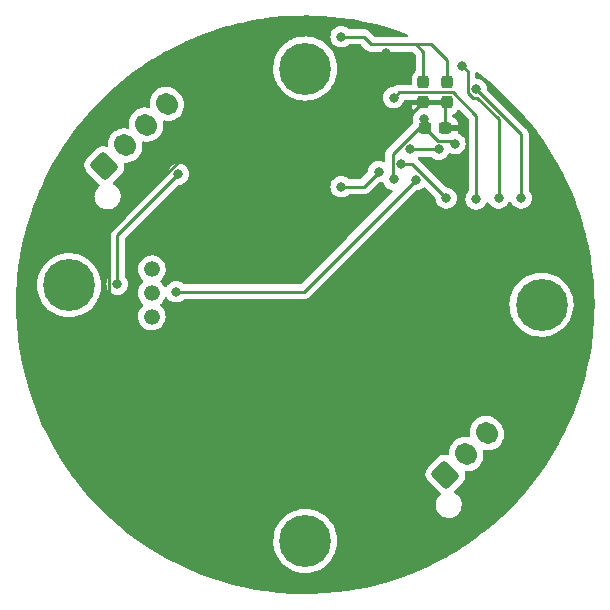
<source format=gbr>
%TF.GenerationSoftware,KiCad,Pcbnew,(6.0.2-0)*%
%TF.CreationDate,2022-04-08T10:44:43-04:00*%
%TF.ProjectId,lab7,6c616237-2e6b-4696-9361-645f70636258,rev?*%
%TF.SameCoordinates,Original*%
%TF.FileFunction,Copper,L2,Bot*%
%TF.FilePolarity,Positive*%
%FSLAX46Y46*%
G04 Gerber Fmt 4.6, Leading zero omitted, Abs format (unit mm)*
G04 Created by KiCad (PCBNEW (6.0.2-0)) date 2022-04-08 10:44:43*
%MOMM*%
%LPD*%
G01*
G04 APERTURE LIST*
G04 Aperture macros list*
%AMRoundRect*
0 Rectangle with rounded corners*
0 $1 Rounding radius*
0 $2 $3 $4 $5 $6 $7 $8 $9 X,Y pos of 4 corners*
0 Add a 4 corners polygon primitive as box body*
4,1,4,$2,$3,$4,$5,$6,$7,$8,$9,$2,$3,0*
0 Add four circle primitives for the rounded corners*
1,1,$1+$1,$2,$3*
1,1,$1+$1,$4,$5*
1,1,$1+$1,$6,$7*
1,1,$1+$1,$8,$9*
0 Add four rect primitives between the rounded corners*
20,1,$1+$1,$2,$3,$4,$5,0*
20,1,$1+$1,$4,$5,$6,$7,0*
20,1,$1+$1,$6,$7,$8,$9,0*
20,1,$1+$1,$8,$9,$2,$3,0*%
%AMHorizOval*
0 Thick line with rounded ends*
0 $1 width*
0 $2 $3 position (X,Y) of the first rounded end (center of the circle)*
0 $4 $5 position (X,Y) of the second rounded end (center of the circle)*
0 Add line between two ends*
20,1,$1,$2,$3,$4,$5,0*
0 Add two circle primitives to create the rounded ends*
1,1,$1,$2,$3*
1,1,$1,$4,$5*%
G04 Aperture macros list end*
%TA.AperFunction,ComponentPad*%
%ADD10RoundRect,0.250000X0.088388X-0.936916X0.936916X-0.088388X-0.088388X0.936916X-0.936916X0.088388X0*%
%TD*%
%TA.AperFunction,ComponentPad*%
%ADD11HorizOval,1.700000X-0.088388X0.088388X0.088388X-0.088388X0*%
%TD*%
%TA.AperFunction,ComponentPad*%
%ADD12C,0.700000*%
%TD*%
%TA.AperFunction,ComponentPad*%
%ADD13C,4.400000*%
%TD*%
%TA.AperFunction,SMDPad,CuDef*%
%ADD14RoundRect,0.237500X0.237500X-0.300000X0.237500X0.300000X-0.237500X0.300000X-0.237500X-0.300000X0*%
%TD*%
%TA.AperFunction,ComponentPad*%
%ADD15C,1.330000*%
%TD*%
%TA.AperFunction,SMDPad,CuDef*%
%ADD16RoundRect,0.237500X0.300000X0.237500X-0.300000X0.237500X-0.300000X-0.237500X0.300000X-0.237500X0*%
%TD*%
%TA.AperFunction,ViaPad*%
%ADD17C,0.800000*%
%TD*%
%TA.AperFunction,Conductor*%
%ADD18C,0.250000*%
%TD*%
G04 APERTURE END LIST*
D10*
%TO.P,J2,1,Pin_1*%
%TO.N,unconnected-(J2-Pad1)*%
X132977119Y-78280420D03*
D11*
%TO.P,J2,2,Pin_2*%
%TO.N,Net-(J2-Pad2)*%
X134744886Y-76512653D03*
%TO.P,J2,3,Pin_3*%
%TO.N,unconnected-(J2-Pad3)*%
X136512653Y-74744886D03*
%TO.P,J2,4,Pin_4*%
%TO.N,GND*%
X138280420Y-72977119D03*
%TD*%
D12*
%TO.P,H4,1*%
%TO.N,N/C*%
X151650000Y-110000000D03*
X151166726Y-111166726D03*
X150000000Y-111650000D03*
X148350000Y-110000000D03*
X148833274Y-108833274D03*
X151166726Y-108833274D03*
X148833274Y-111166726D03*
X150000000Y-108350000D03*
D13*
X150000000Y-110000000D03*
%TD*%
D10*
%TO.P,J1,1,Pin_1*%
%TO.N,GND*%
X161861002Y-104396536D03*
D11*
%TO.P,J1,2,Pin_2*%
%TO.N,Net-(J1-Pad2)*%
X163628769Y-102628769D03*
%TO.P,J1,3,Pin_3*%
%TO.N,Net-(J1-Pad3)*%
X165396536Y-100861002D03*
%TD*%
D13*
%TO.P,H3,1*%
%TO.N,N/C*%
X130000000Y-88350000D03*
D12*
X130000000Y-90000000D03*
X130000000Y-86700000D03*
X131166726Y-87183274D03*
X128833274Y-89516726D03*
X128350000Y-88350000D03*
X128833274Y-87183274D03*
X131650000Y-88350000D03*
X131166726Y-89516726D03*
%TD*%
%TO.P,H1,1*%
%TO.N,N/C*%
X171166726Y-88833274D03*
X171650000Y-90000000D03*
X168350000Y-90000000D03*
D13*
X170000000Y-90000000D03*
D12*
X170000000Y-91650000D03*
X170000000Y-88350000D03*
X171166726Y-91166726D03*
X168833274Y-88833274D03*
X168833274Y-91166726D03*
%TD*%
D13*
%TO.P,H2,1*%
%TO.N,N/C*%
X150000000Y-70000000D03*
D12*
X150000000Y-71650000D03*
X148350000Y-70000000D03*
X148833274Y-71166726D03*
X151166726Y-71166726D03*
X150000000Y-68350000D03*
X148833274Y-68833274D03*
X151650000Y-70000000D03*
X151166726Y-68833274D03*
%TD*%
D14*
%TO.P,C3,1*%
%TO.N,VDD*%
X162000000Y-72862500D03*
%TO.P,C3,2*%
%TO.N,GND*%
X162000000Y-71137500D03*
%TD*%
D15*
%TO.P,IC1,1,GND*%
%TO.N,GND*%
X137000000Y-91000000D03*
%TO.P,IC1,2,VDD*%
%TO.N,/sensor_pwr*%
X137000000Y-89000000D03*
%TO.P,IC1,3,OUT*%
%TO.N,Net-(IC1-Pad3)*%
X137000000Y-87000000D03*
%TD*%
D16*
%TO.P,C4,1*%
%TO.N,VDD*%
X161862500Y-75000000D03*
%TO.P,C4,2*%
%TO.N,GND*%
X160137500Y-75000000D03*
%TD*%
D14*
%TO.P,C2,1*%
%TO.N,VDD*%
X160000000Y-72862500D03*
%TO.P,C2,2*%
%TO.N,GND*%
X160000000Y-71137500D03*
%TD*%
D17*
%TO.N,VDD*%
X132715000Y-92075000D03*
X156845000Y-68669500D03*
X163469176Y-74978703D03*
X156210000Y-73660000D03*
X144145000Y-73025000D03*
%TO.N,/SWDIO*%
X168275000Y-80962502D03*
X164465000Y-71755000D03*
%TO.N,GND*%
X157480000Y-79375000D03*
X156210000Y-78740000D03*
X134074500Y-88265000D03*
X162668843Y-76370411D03*
X139259799Y-78934799D03*
X153035000Y-80010000D03*
X153035000Y-67310000D03*
X160020000Y-74295000D03*
%TO.N,/SWO*%
X163308893Y-69749506D03*
X166370000Y-80962502D03*
%TO.N,/NRST*%
X157480000Y-72474500D03*
X164465000Y-81037498D03*
%TO.N,/RX*%
X161290000Y-76835000D03*
X158839500Y-76835000D03*
%TO.N,/TX*%
X161925000Y-80962502D03*
X158115000Y-78105000D03*
%TO.N,/sensor_pwr*%
X139065000Y-88900000D03*
X159348950Y-79411050D03*
%TD*%
D18*
%TO.N,VDD*%
X161883797Y-74978703D02*
X161862500Y-75000000D01*
X144145000Y-73025000D02*
X155575000Y-73025000D01*
X132715000Y-89535000D02*
X132715000Y-92075000D01*
X155575000Y-73025000D02*
X156210000Y-73660000D01*
X133350000Y-83820000D02*
X133350000Y-88900000D01*
X154305000Y-69215000D02*
X154305000Y-71755000D01*
X160000000Y-72862500D02*
X158477989Y-74384511D01*
X158477989Y-74384511D02*
X156934511Y-74384511D01*
X133350000Y-88900000D02*
X132715000Y-89535000D01*
X154305000Y-71755000D02*
X156210000Y-73660000D01*
X161862500Y-75000000D02*
X161862500Y-73000000D01*
X163469176Y-74978703D02*
X161883797Y-74978703D01*
X154850500Y-68669500D02*
X154305000Y-69215000D01*
X156845000Y-68669500D02*
X154850500Y-68669500D01*
X161862500Y-73000000D02*
X162000000Y-72862500D01*
X144145000Y-73025000D02*
X133350000Y-83820000D01*
X156934511Y-74384511D02*
X156210000Y-73660000D01*
%TO.N,/SWDIO*%
X168275000Y-80962502D02*
X168275000Y-75565000D01*
X168275000Y-75565000D02*
X164465000Y-71755000D01*
%TO.N,GND*%
X160137500Y-75000000D02*
X159649886Y-75000000D01*
X139259799Y-78934799D02*
X134074500Y-84120098D01*
X160020000Y-74882500D02*
X160137500Y-75000000D01*
X162408921Y-76110489D02*
X161247989Y-76110489D01*
X155575000Y-67945000D02*
X154940000Y-67310000D01*
X156210000Y-78740000D02*
X154940000Y-80010000D01*
X154940000Y-80010000D02*
X153035000Y-80010000D01*
X159649886Y-75000000D02*
X157390489Y-77259397D01*
X162668843Y-76370411D02*
X162408921Y-76110489D01*
X159385000Y-67945000D02*
X155575000Y-67945000D01*
X162000000Y-69290000D02*
X160655000Y-67945000D01*
X134074500Y-84120098D02*
X134074500Y-88265000D01*
X154940000Y-67310000D02*
X153035000Y-67310000D01*
X160000000Y-71137500D02*
X160000000Y-68560000D01*
X160000000Y-68560000D02*
X159385000Y-67945000D01*
X160020000Y-74295000D02*
X160020000Y-74882500D01*
X160655000Y-67945000D02*
X159385000Y-67945000D01*
X157390489Y-79285489D02*
X157480000Y-79375000D01*
X162000000Y-71137500D02*
X162000000Y-69290000D01*
X157390489Y-77259397D02*
X157390489Y-79285489D01*
X161247989Y-76110489D02*
X160137500Y-75000000D01*
%TO.N,/SWO*%
X163740489Y-70181102D02*
X163308893Y-69749506D01*
X164465000Y-72479511D02*
X164164897Y-72479511D01*
X163740489Y-72055103D02*
X163740489Y-71755000D01*
X164164897Y-72479511D02*
X163740489Y-72055103D01*
X166370000Y-74295718D02*
X166369641Y-74295359D01*
X166370000Y-80962502D02*
X166370000Y-74295718D01*
X163740489Y-71755000D02*
X163740489Y-70181102D01*
X164553793Y-72479511D02*
X164465000Y-72479511D01*
X166369641Y-74295359D02*
X164553793Y-72479511D01*
%TO.N,/NRST*%
X157954980Y-71999520D02*
X162469336Y-71999520D01*
X162469336Y-71999520D02*
X164465000Y-73995184D01*
X164465000Y-73995184D02*
X164465000Y-81037498D01*
X157480000Y-72474500D02*
X157954980Y-71999520D01*
%TO.N,/RX*%
X161290000Y-76835000D02*
X158839500Y-76835000D01*
%TO.N,/TX*%
X161925000Y-80962502D02*
X159067498Y-78105000D01*
X159067498Y-78105000D02*
X158115000Y-78105000D01*
%TO.N,/sensor_pwr*%
X149860000Y-88900000D02*
X139065000Y-88900000D01*
X159348950Y-79411050D02*
X149860000Y-88900000D01*
%TD*%
%TA.AperFunction,Conductor*%
%TO.N,VDD*%
G36*
X150130755Y-65508400D02*
G01*
X150600664Y-65520294D01*
X151108532Y-65533150D01*
X151113551Y-65533378D01*
X151549989Y-65561984D01*
X152089507Y-65597346D01*
X152094546Y-65597778D01*
X153067149Y-65700861D01*
X153072167Y-65701495D01*
X153600170Y-65778993D01*
X154039840Y-65843525D01*
X154044801Y-65844355D01*
X154408284Y-65912707D01*
X155006047Y-66025116D01*
X155010998Y-66026151D01*
X155964153Y-66245328D01*
X155969058Y-66246560D01*
X156912666Y-66503817D01*
X156917518Y-66505245D01*
X157850034Y-66800161D01*
X157854824Y-66801782D01*
X157936980Y-66831441D01*
X158523719Y-67043258D01*
X158589446Y-67066986D01*
X158646728Y-67108931D01*
X158672239Y-67175186D01*
X158657881Y-67244715D01*
X158608211Y-67295444D01*
X158546662Y-67311500D01*
X155889595Y-67311500D01*
X155821474Y-67291498D01*
X155800499Y-67274595D01*
X155634836Y-67108931D01*
X155443647Y-66917742D01*
X155436113Y-66909463D01*
X155432000Y-66902982D01*
X155382348Y-66856356D01*
X155379507Y-66853602D01*
X155359770Y-66833865D01*
X155356573Y-66831385D01*
X155347551Y-66823680D01*
X155324232Y-66801782D01*
X155315321Y-66793414D01*
X155308375Y-66789595D01*
X155308372Y-66789593D01*
X155297566Y-66783652D01*
X155281047Y-66772801D01*
X155275048Y-66768148D01*
X155265041Y-66760386D01*
X155257772Y-66757241D01*
X155257768Y-66757238D01*
X155224463Y-66742826D01*
X155213813Y-66737609D01*
X155175060Y-66716305D01*
X155155437Y-66711267D01*
X155136734Y-66704863D01*
X155125420Y-66699967D01*
X155125419Y-66699967D01*
X155118145Y-66696819D01*
X155110322Y-66695580D01*
X155110312Y-66695577D01*
X155074476Y-66689901D01*
X155062856Y-66687495D01*
X155027711Y-66678472D01*
X155027710Y-66678472D01*
X155020030Y-66676500D01*
X154999776Y-66676500D01*
X154980065Y-66674949D01*
X154967886Y-66673020D01*
X154960057Y-66671780D01*
X154952165Y-66672526D01*
X154916039Y-66675941D01*
X154904181Y-66676500D01*
X153743200Y-66676500D01*
X153675079Y-66656498D01*
X153655853Y-66640157D01*
X153655580Y-66640460D01*
X153650668Y-66636037D01*
X153646253Y-66631134D01*
X153491752Y-66518882D01*
X153485724Y-66516198D01*
X153485722Y-66516197D01*
X153323319Y-66443891D01*
X153323318Y-66443891D01*
X153317288Y-66441206D01*
X153223888Y-66421353D01*
X153136944Y-66402872D01*
X153136939Y-66402872D01*
X153130487Y-66401500D01*
X152939513Y-66401500D01*
X152933061Y-66402872D01*
X152933056Y-66402872D01*
X152846112Y-66421353D01*
X152752712Y-66441206D01*
X152746682Y-66443891D01*
X152746681Y-66443891D01*
X152584278Y-66516197D01*
X152584276Y-66516198D01*
X152578248Y-66518882D01*
X152423747Y-66631134D01*
X152419326Y-66636044D01*
X152419325Y-66636045D01*
X152302492Y-66765802D01*
X152295960Y-66773056D01*
X152200473Y-66938444D01*
X152141458Y-67120072D01*
X152140768Y-67126633D01*
X152140768Y-67126635D01*
X152135665Y-67175186D01*
X152121496Y-67310000D01*
X152122186Y-67316565D01*
X152138139Y-67468345D01*
X152141458Y-67499928D01*
X152200473Y-67681556D01*
X152295960Y-67846944D01*
X152300378Y-67851851D01*
X152300379Y-67851852D01*
X152410392Y-67974034D01*
X152423747Y-67988866D01*
X152578248Y-68101118D01*
X152584276Y-68103802D01*
X152584278Y-68103803D01*
X152746681Y-68176109D01*
X152752712Y-68178794D01*
X152846112Y-68198647D01*
X152933056Y-68217128D01*
X152933061Y-68217128D01*
X152939513Y-68218500D01*
X153130487Y-68218500D01*
X153136939Y-68217128D01*
X153136944Y-68217128D01*
X153223888Y-68198647D01*
X153317288Y-68178794D01*
X153323319Y-68176109D01*
X153485722Y-68103803D01*
X153485724Y-68103802D01*
X153491752Y-68101118D01*
X153646253Y-67988866D01*
X153650668Y-67983963D01*
X153655580Y-67979540D01*
X153656705Y-67980789D01*
X153710014Y-67947949D01*
X153743200Y-67943500D01*
X154625406Y-67943500D01*
X154693527Y-67963502D01*
X154714501Y-67980405D01*
X155071343Y-68337247D01*
X155078887Y-68345537D01*
X155083000Y-68352018D01*
X155088777Y-68357443D01*
X155132667Y-68398658D01*
X155135509Y-68401413D01*
X155155231Y-68421135D01*
X155158355Y-68423558D01*
X155158359Y-68423562D01*
X155158424Y-68423612D01*
X155167445Y-68431317D01*
X155199679Y-68461586D01*
X155206627Y-68465405D01*
X155206629Y-68465407D01*
X155217432Y-68471346D01*
X155233959Y-68482202D01*
X155243698Y-68489757D01*
X155243700Y-68489758D01*
X155249960Y-68494614D01*
X155290540Y-68512174D01*
X155301188Y-68517391D01*
X155339940Y-68538695D01*
X155347616Y-68540666D01*
X155347619Y-68540667D01*
X155359562Y-68543733D01*
X155378266Y-68550137D01*
X155388795Y-68554693D01*
X155396855Y-68558181D01*
X155404678Y-68559420D01*
X155404688Y-68559423D01*
X155440524Y-68565099D01*
X155452144Y-68567505D01*
X155487289Y-68576528D01*
X155494970Y-68578500D01*
X155515224Y-68578500D01*
X155534934Y-68580051D01*
X155554943Y-68583220D01*
X155562835Y-68582474D01*
X155598961Y-68579059D01*
X155610819Y-68578500D01*
X159070406Y-68578500D01*
X159138527Y-68598502D01*
X159159501Y-68615405D01*
X159329595Y-68785499D01*
X159363621Y-68847811D01*
X159366500Y-68874594D01*
X159366500Y-70135036D01*
X159346498Y-70203157D01*
X159306804Y-70242179D01*
X159295969Y-70248884D01*
X159290796Y-70254066D01*
X159178242Y-70366816D01*
X159178238Y-70366821D01*
X159173071Y-70371997D01*
X159169231Y-70378227D01*
X159169230Y-70378228D01*
X159107185Y-70478884D01*
X159081791Y-70520080D01*
X159027026Y-70685191D01*
X159026326Y-70692027D01*
X159026325Y-70692030D01*
X159023408Y-70720500D01*
X159016500Y-70787928D01*
X159016500Y-71240020D01*
X158996498Y-71308141D01*
X158942842Y-71354634D01*
X158890500Y-71366020D01*
X158033747Y-71366020D01*
X158022564Y-71365493D01*
X158015071Y-71363818D01*
X158007145Y-71364067D01*
X158007144Y-71364067D01*
X157946994Y-71365958D01*
X157943035Y-71366020D01*
X157915124Y-71366020D01*
X157911190Y-71366517D01*
X157911189Y-71366517D01*
X157911124Y-71366525D01*
X157899287Y-71367458D01*
X157867470Y-71368458D01*
X157863009Y-71368598D01*
X157855090Y-71368847D01*
X157837434Y-71373976D01*
X157835638Y-71374498D01*
X157816286Y-71378506D01*
X157809215Y-71379400D01*
X157796183Y-71381046D01*
X157788814Y-71383963D01*
X157788812Y-71383964D01*
X157755077Y-71397320D01*
X157743849Y-71401165D01*
X157701387Y-71413502D01*
X157694565Y-71417536D01*
X157694559Y-71417539D01*
X157683948Y-71423814D01*
X157666198Y-71432510D01*
X157654736Y-71437048D01*
X157654731Y-71437051D01*
X157647363Y-71439968D01*
X157640948Y-71444629D01*
X157611605Y-71465947D01*
X157601687Y-71472463D01*
X157582999Y-71483515D01*
X157563617Y-71494978D01*
X157549293Y-71509302D01*
X157534261Y-71522141D01*
X157517873Y-71534048D01*
X157517872Y-71534049D01*
X157517723Y-71533845D01*
X157458314Y-71563901D01*
X157435412Y-71566000D01*
X157384513Y-71566000D01*
X157378061Y-71567372D01*
X157378056Y-71567372D01*
X157302606Y-71583410D01*
X157197712Y-71605706D01*
X157191682Y-71608391D01*
X157191681Y-71608391D01*
X157029278Y-71680697D01*
X157029276Y-71680698D01*
X157023248Y-71683382D01*
X157017907Y-71687262D01*
X157017906Y-71687263D01*
X156967843Y-71723636D01*
X156868747Y-71795634D01*
X156864326Y-71800544D01*
X156864325Y-71800545D01*
X156834452Y-71833723D01*
X156740960Y-71937556D01*
X156737659Y-71943274D01*
X156667030Y-72065607D01*
X156645473Y-72102944D01*
X156586458Y-72284572D01*
X156566496Y-72474500D01*
X156567186Y-72481065D01*
X156584413Y-72644967D01*
X156586458Y-72664428D01*
X156645473Y-72846056D01*
X156740960Y-73011444D01*
X156745378Y-73016351D01*
X156745379Y-73016352D01*
X156845912Y-73128005D01*
X156868747Y-73153366D01*
X156944998Y-73208766D01*
X156992291Y-73243126D01*
X157023248Y-73265618D01*
X157029276Y-73268302D01*
X157029278Y-73268303D01*
X157191681Y-73340609D01*
X157197712Y-73343294D01*
X157291113Y-73363147D01*
X157378056Y-73381628D01*
X157378061Y-73381628D01*
X157384513Y-73383000D01*
X157575487Y-73383000D01*
X157581939Y-73381628D01*
X157581944Y-73381628D01*
X157668887Y-73363147D01*
X157762288Y-73343294D01*
X157768319Y-73340609D01*
X157930722Y-73268303D01*
X157930724Y-73268302D01*
X157936752Y-73265618D01*
X157967710Y-73243126D01*
X158015002Y-73208766D01*
X158091253Y-73153366D01*
X158114088Y-73128005D01*
X158214621Y-73016352D01*
X158214622Y-73016351D01*
X158219040Y-73011444D01*
X158314527Y-72846056D01*
X158355458Y-72720084D01*
X158395532Y-72661478D01*
X158460928Y-72633841D01*
X158475291Y-72633020D01*
X162128000Y-72633020D01*
X162196121Y-72653022D01*
X162242614Y-72706678D01*
X162254000Y-72759020D01*
X162254000Y-72990500D01*
X162233998Y-73058621D01*
X162180342Y-73105114D01*
X162128000Y-73116500D01*
X161017000Y-73116500D01*
X161017000Y-73116395D01*
X160975746Y-73117869D01*
X160969453Y-73116500D01*
X159035115Y-73116500D01*
X159019876Y-73120975D01*
X159018671Y-73122365D01*
X159017000Y-73130048D01*
X159017000Y-73208766D01*
X159017337Y-73215282D01*
X159027075Y-73309132D01*
X159029968Y-73322528D01*
X159080488Y-73473953D01*
X159086653Y-73487115D01*
X159170426Y-73622492D01*
X159179460Y-73633890D01*
X159220840Y-73675198D01*
X159254919Y-73737481D01*
X159249916Y-73808301D01*
X159240942Y-73827370D01*
X159185473Y-73923444D01*
X159126458Y-74105072D01*
X159125768Y-74111633D01*
X159125768Y-74111635D01*
X159114307Y-74220684D01*
X159106496Y-74295000D01*
X159126345Y-74483852D01*
X159126458Y-74484928D01*
X159126284Y-74484946D01*
X159122814Y-74547517D01*
X159102026Y-74610191D01*
X159101325Y-74617033D01*
X159099882Y-74623762D01*
X159097308Y-74623210D01*
X159074989Y-74677874D01*
X159065576Y-74688405D01*
X156998236Y-76755745D01*
X156989950Y-76763285D01*
X156983471Y-76767397D01*
X156978046Y-76773174D01*
X156936846Y-76817048D01*
X156934091Y-76819890D01*
X156914354Y-76839627D01*
X156911874Y-76842824D01*
X156904171Y-76851844D01*
X156873903Y-76884076D01*
X156870084Y-76891022D01*
X156870082Y-76891025D01*
X156864141Y-76901831D01*
X156853290Y-76918350D01*
X156840875Y-76934356D01*
X156837730Y-76941625D01*
X156837727Y-76941629D01*
X156823315Y-76974934D01*
X156818098Y-76985584D01*
X156796794Y-77024337D01*
X156794823Y-77032012D01*
X156794823Y-77032013D01*
X156791756Y-77043959D01*
X156785352Y-77062663D01*
X156777308Y-77081252D01*
X156776069Y-77089075D01*
X156776066Y-77089085D01*
X156770390Y-77124921D01*
X156767984Y-77136541D01*
X156756989Y-77179367D01*
X156756989Y-77199621D01*
X156755438Y-77219331D01*
X156752269Y-77239340D01*
X156753015Y-77247232D01*
X156756430Y-77283358D01*
X156756989Y-77295216D01*
X156756989Y-77795035D01*
X156736987Y-77863156D01*
X156683331Y-77909649D01*
X156613057Y-77919753D01*
X156579740Y-77910142D01*
X156498319Y-77873891D01*
X156498318Y-77873891D01*
X156492288Y-77871206D01*
X156398888Y-77851353D01*
X156311944Y-77832872D01*
X156311939Y-77832872D01*
X156305487Y-77831500D01*
X156114513Y-77831500D01*
X156108061Y-77832872D01*
X156108056Y-77832872D01*
X156021112Y-77851353D01*
X155927712Y-77871206D01*
X155921682Y-77873891D01*
X155921681Y-77873891D01*
X155759278Y-77946197D01*
X155759276Y-77946198D01*
X155753248Y-77948882D01*
X155747907Y-77952762D01*
X155747906Y-77952763D01*
X155703920Y-77984721D01*
X155598747Y-78061134D01*
X155594326Y-78066044D01*
X155594325Y-78066045D01*
X155591944Y-78068690D01*
X155470960Y-78203056D01*
X155375473Y-78368444D01*
X155316458Y-78550072D01*
X155315768Y-78556633D01*
X155315768Y-78556635D01*
X155299093Y-78715292D01*
X155272080Y-78780949D01*
X155262878Y-78791217D01*
X154714500Y-79339595D01*
X154652188Y-79373621D01*
X154625405Y-79376500D01*
X153743200Y-79376500D01*
X153675079Y-79356498D01*
X153655853Y-79340157D01*
X153655580Y-79340460D01*
X153650668Y-79336037D01*
X153646253Y-79331134D01*
X153491752Y-79218882D01*
X153485724Y-79216198D01*
X153485722Y-79216197D01*
X153323319Y-79143891D01*
X153323318Y-79143891D01*
X153317288Y-79141206D01*
X153208885Y-79118164D01*
X153136944Y-79102872D01*
X153136939Y-79102872D01*
X153130487Y-79101500D01*
X152939513Y-79101500D01*
X152933061Y-79102872D01*
X152933056Y-79102872D01*
X152861115Y-79118164D01*
X152752712Y-79141206D01*
X152746682Y-79143891D01*
X152746681Y-79143891D01*
X152584278Y-79216197D01*
X152584276Y-79216198D01*
X152578248Y-79218882D01*
X152423747Y-79331134D01*
X152419326Y-79336044D01*
X152419325Y-79336045D01*
X152337451Y-79426976D01*
X152295960Y-79473056D01*
X152292659Y-79478774D01*
X152217615Y-79608754D01*
X152200473Y-79638444D01*
X152141458Y-79820072D01*
X152140768Y-79826633D01*
X152140768Y-79826635D01*
X152139161Y-79841927D01*
X152121496Y-80010000D01*
X152122186Y-80016565D01*
X152138187Y-80168803D01*
X152141458Y-80199928D01*
X152200473Y-80381556D01*
X152203776Y-80387278D01*
X152203777Y-80387279D01*
X152222256Y-80419285D01*
X152295960Y-80546944D01*
X152300378Y-80551851D01*
X152300379Y-80551852D01*
X152415350Y-80679540D01*
X152423747Y-80688866D01*
X152578248Y-80801118D01*
X152584276Y-80803802D01*
X152584278Y-80803803D01*
X152746681Y-80876109D01*
X152752712Y-80878794D01*
X152846112Y-80898647D01*
X152933056Y-80917128D01*
X152933061Y-80917128D01*
X152939513Y-80918500D01*
X153130487Y-80918500D01*
X153136939Y-80917128D01*
X153136944Y-80917128D01*
X153223888Y-80898647D01*
X153317288Y-80878794D01*
X153323319Y-80876109D01*
X153485722Y-80803803D01*
X153485724Y-80803802D01*
X153491752Y-80801118D01*
X153646253Y-80688866D01*
X153650668Y-80683963D01*
X153655580Y-80679540D01*
X153656705Y-80680789D01*
X153710014Y-80647949D01*
X153743200Y-80643500D01*
X154861233Y-80643500D01*
X154872416Y-80644027D01*
X154879909Y-80645702D01*
X154887835Y-80645453D01*
X154887836Y-80645453D01*
X154947986Y-80643562D01*
X154951945Y-80643500D01*
X154979856Y-80643500D01*
X154983791Y-80643003D01*
X154983856Y-80642995D01*
X154995693Y-80642062D01*
X155027951Y-80641048D01*
X155031970Y-80640922D01*
X155039889Y-80640673D01*
X155059343Y-80635021D01*
X155078700Y-80631013D01*
X155090930Y-80629468D01*
X155090931Y-80629468D01*
X155098797Y-80628474D01*
X155106168Y-80625555D01*
X155106170Y-80625555D01*
X155139912Y-80612196D01*
X155151142Y-80608351D01*
X155185983Y-80598229D01*
X155185984Y-80598229D01*
X155193593Y-80596018D01*
X155200412Y-80591985D01*
X155200417Y-80591983D01*
X155211028Y-80585707D01*
X155228776Y-80577012D01*
X155247617Y-80569552D01*
X155283387Y-80543564D01*
X155293307Y-80537048D01*
X155324535Y-80518580D01*
X155324538Y-80518578D01*
X155331362Y-80514542D01*
X155345683Y-80500221D01*
X155360717Y-80487380D01*
X155377107Y-80475472D01*
X155405298Y-80441395D01*
X155413288Y-80432616D01*
X156160499Y-79685405D01*
X156222811Y-79651379D01*
X156249594Y-79648500D01*
X156305487Y-79648500D01*
X156311939Y-79647128D01*
X156311944Y-79647128D01*
X156482735Y-79610825D01*
X156553526Y-79616227D01*
X156610159Y-79659044D01*
X156628765Y-79695135D01*
X156645473Y-79746556D01*
X156740960Y-79911944D01*
X156745378Y-79916851D01*
X156745379Y-79916852D01*
X156863508Y-80048048D01*
X156868747Y-80053866D01*
X157023248Y-80166118D01*
X157029276Y-80168802D01*
X157029278Y-80168803D01*
X157191681Y-80241109D01*
X157197712Y-80243794D01*
X157302324Y-80266030D01*
X157319232Y-80269624D01*
X157381705Y-80303353D01*
X157416027Y-80365502D01*
X157411299Y-80436341D01*
X157382130Y-80481966D01*
X153497524Y-84366571D01*
X149634500Y-88229595D01*
X149572188Y-88263621D01*
X149545405Y-88266500D01*
X139773200Y-88266500D01*
X139705079Y-88246498D01*
X139685853Y-88230157D01*
X139685580Y-88230460D01*
X139680668Y-88226037D01*
X139676253Y-88221134D01*
X139521752Y-88108882D01*
X139515724Y-88106198D01*
X139515722Y-88106197D01*
X139353319Y-88033891D01*
X139353318Y-88033891D01*
X139347288Y-88031206D01*
X139253887Y-88011353D01*
X139166944Y-87992872D01*
X139166939Y-87992872D01*
X139160487Y-87991500D01*
X138969513Y-87991500D01*
X138963061Y-87992872D01*
X138963056Y-87992872D01*
X138876112Y-88011353D01*
X138782712Y-88031206D01*
X138776682Y-88033891D01*
X138776681Y-88033891D01*
X138614278Y-88106197D01*
X138614276Y-88106198D01*
X138608248Y-88108882D01*
X138453747Y-88221134D01*
X138449326Y-88226044D01*
X138449325Y-88226045D01*
X138337716Y-88350000D01*
X138325960Y-88363056D01*
X138322661Y-88368769D01*
X138322658Y-88368774D01*
X138265016Y-88468613D01*
X138213633Y-88517607D01*
X138143919Y-88531042D01*
X138078009Y-88504655D01*
X138042891Y-88461342D01*
X138007413Y-88389400D01*
X138004859Y-88384221D01*
X137875816Y-88211412D01*
X137745915Y-88091332D01*
X137709470Y-88030404D01*
X137711751Y-87959444D01*
X137750874Y-87901934D01*
X137828912Y-87837030D01*
X137833344Y-87833344D01*
X137971255Y-87667525D01*
X138076638Y-87479350D01*
X138104033Y-87398647D01*
X138144108Y-87280591D01*
X138144109Y-87280586D01*
X138145964Y-87275122D01*
X138146792Y-87269413D01*
X138146793Y-87269408D01*
X138165531Y-87140175D01*
X138176912Y-87061679D01*
X138178527Y-87000000D01*
X138158792Y-86785231D01*
X138100250Y-86577654D01*
X138004859Y-86384221D01*
X137875816Y-86211412D01*
X137717442Y-86065012D01*
X137712559Y-86061931D01*
X137712555Y-86061928D01*
X137539923Y-85953006D01*
X137535040Y-85949925D01*
X137334720Y-85870005D01*
X137329060Y-85868879D01*
X137329056Y-85868878D01*
X137128857Y-85829056D01*
X137128854Y-85829056D01*
X137123190Y-85827929D01*
X137117415Y-85827853D01*
X137117411Y-85827853D01*
X137009320Y-85826438D01*
X136907534Y-85825106D01*
X136901837Y-85826085D01*
X136901836Y-85826085D01*
X136857362Y-85833727D01*
X136694975Y-85861630D01*
X136492631Y-85936279D01*
X136487670Y-85939231D01*
X136487669Y-85939231D01*
X136312247Y-86043596D01*
X136312244Y-86043598D01*
X136307279Y-86046552D01*
X136302939Y-86050358D01*
X136302935Y-86050361D01*
X136149468Y-86184949D01*
X136145127Y-86188756D01*
X136011604Y-86358128D01*
X136008913Y-86363244D01*
X136008911Y-86363246D01*
X135997876Y-86384221D01*
X135911183Y-86548997D01*
X135847227Y-86754970D01*
X135821877Y-86969150D01*
X135835983Y-87184362D01*
X135889072Y-87393400D01*
X135979366Y-87589263D01*
X135982699Y-87593979D01*
X136097032Y-87755757D01*
X136103841Y-87765392D01*
X136254471Y-87912129D01*
X136289307Y-87973988D01*
X136285170Y-88044864D01*
X136249625Y-88097113D01*
X136149473Y-88184944D01*
X136149469Y-88184948D01*
X136145127Y-88188756D01*
X136011604Y-88358128D01*
X136008913Y-88363244D01*
X136008911Y-88363246D01*
X135913875Y-88543880D01*
X135911183Y-88548997D01*
X135909470Y-88554514D01*
X135859785Y-88714528D01*
X135847227Y-88754970D01*
X135821877Y-88969150D01*
X135835983Y-89184362D01*
X135889072Y-89393400D01*
X135979366Y-89589263D01*
X135982699Y-89593979D01*
X136086600Y-89740996D01*
X136103841Y-89765392D01*
X136254471Y-89912129D01*
X136289307Y-89973988D01*
X136285170Y-90044864D01*
X136249625Y-90097113D01*
X136149473Y-90184944D01*
X136149469Y-90184948D01*
X136145127Y-90188756D01*
X136011604Y-90358128D01*
X136008913Y-90363244D01*
X136008911Y-90363246D01*
X135998871Y-90382329D01*
X135911183Y-90548997D01*
X135847227Y-90754970D01*
X135821877Y-90969150D01*
X135835983Y-91184362D01*
X135889072Y-91393400D01*
X135979366Y-91589263D01*
X136103841Y-91765392D01*
X136107983Y-91769427D01*
X136169046Y-91828912D01*
X136258329Y-91915887D01*
X136437656Y-92035710D01*
X136442959Y-92037988D01*
X136442962Y-92037990D01*
X136532918Y-92076638D01*
X136635815Y-92120846D01*
X136738618Y-92144108D01*
X136840535Y-92167170D01*
X136840538Y-92167170D01*
X136846171Y-92168445D01*
X136851942Y-92168672D01*
X136851944Y-92168672D01*
X136918822Y-92171299D01*
X137061679Y-92176912D01*
X137168400Y-92161438D01*
X137269408Y-92146793D01*
X137269413Y-92146792D01*
X137275122Y-92145964D01*
X137280586Y-92144109D01*
X137280591Y-92144108D01*
X137473882Y-92078494D01*
X137479350Y-92076638D01*
X137667525Y-91971255D01*
X137833344Y-91833344D01*
X137971255Y-91667525D01*
X138076638Y-91479350D01*
X138107715Y-91387800D01*
X138144108Y-91280591D01*
X138144109Y-91280586D01*
X138145964Y-91275122D01*
X138146792Y-91269413D01*
X138146793Y-91269408D01*
X138176379Y-91065353D01*
X138176912Y-91061679D01*
X138178527Y-91000000D01*
X138158792Y-90785231D01*
X138156081Y-90775616D01*
X138111029Y-90615874D01*
X138100250Y-90577654D01*
X138004859Y-90384221D01*
X137875816Y-90211412D01*
X137780200Y-90123025D01*
X137745915Y-90091332D01*
X137709470Y-90030404D01*
X137711361Y-89971585D01*
X167286698Y-89971585D01*
X167286887Y-89975377D01*
X167297406Y-90186670D01*
X167302936Y-90297759D01*
X167303577Y-90301490D01*
X167303578Y-90301498D01*
X167356604Y-90610091D01*
X167358241Y-90619619D01*
X167359329Y-90623258D01*
X167359330Y-90623261D01*
X167443001Y-90903034D01*
X167451814Y-90932504D01*
X167453327Y-90935975D01*
X167453329Y-90935981D01*
X167502136Y-91047962D01*
X167582297Y-91231881D01*
X167584220Y-91235152D01*
X167584222Y-91235156D01*
X167626584Y-91307215D01*
X167747802Y-91513414D01*
X167750103Y-91516429D01*
X167943631Y-91770012D01*
X167943636Y-91770017D01*
X167945931Y-91773025D01*
X168007931Y-91836670D01*
X168141787Y-91974076D01*
X168173814Y-92006953D01*
X168304186Y-92111962D01*
X168425196Y-92209431D01*
X168425201Y-92209435D01*
X168428149Y-92211809D01*
X168705253Y-92384627D01*
X169001112Y-92522903D01*
X169311440Y-92624634D01*
X169631742Y-92688346D01*
X169635514Y-92688633D01*
X169635522Y-92688634D01*
X169953602Y-92712829D01*
X169953607Y-92712829D01*
X169957379Y-92713116D01*
X170283633Y-92698586D01*
X170343425Y-92688634D01*
X170602037Y-92645590D01*
X170602042Y-92645589D01*
X170605778Y-92644967D01*
X170919149Y-92553034D01*
X170922616Y-92551544D01*
X170922620Y-92551543D01*
X171215721Y-92425616D01*
X171215723Y-92425615D01*
X171219205Y-92424119D01*
X171501601Y-92260091D01*
X171762245Y-92063324D01*
X171997363Y-91836670D01*
X172135069Y-91667525D01*
X172201155Y-91586351D01*
X172201158Y-91586347D01*
X172203549Y-91583410D01*
X172320126Y-91398647D01*
X172375788Y-91310428D01*
X172375790Y-91310425D01*
X172377815Y-91307215D01*
X172517638Y-91012084D01*
X172521670Y-91000000D01*
X172619790Y-90705897D01*
X172619792Y-90705891D01*
X172620992Y-90702293D01*
X172686381Y-90382329D01*
X172687934Y-90363246D01*
X172712674Y-90059061D01*
X172712856Y-90056826D01*
X172713451Y-90000000D01*
X172711510Y-89967796D01*
X172694026Y-89677793D01*
X172694026Y-89677789D01*
X172693798Y-89674015D01*
X172688650Y-89645824D01*
X172635805Y-89356473D01*
X172635804Y-89356469D01*
X172635125Y-89352751D01*
X172627722Y-89328907D01*
X172539404Y-89044477D01*
X172538282Y-89040863D01*
X172404670Y-88742869D01*
X172236226Y-88463084D01*
X172233899Y-88460100D01*
X172233894Y-88460093D01*
X172037726Y-88208558D01*
X172037724Y-88208556D01*
X172035390Y-88205563D01*
X171805070Y-87974034D01*
X171548603Y-87771852D01*
X171269705Y-87601945D01*
X171266261Y-87600379D01*
X171266257Y-87600377D01*
X171155667Y-87550095D01*
X170972414Y-87466775D01*
X170661037Y-87368300D01*
X170443492Y-87327390D01*
X170343809Y-87308645D01*
X170343807Y-87308645D01*
X170340086Y-87307945D01*
X170014208Y-87286586D01*
X170010428Y-87286794D01*
X170010427Y-87286794D01*
X169912897Y-87292162D01*
X169688124Y-87304532D01*
X169684397Y-87305193D01*
X169684393Y-87305193D01*
X169527340Y-87333027D01*
X169366557Y-87361522D01*
X169362941Y-87362624D01*
X169362933Y-87362626D01*
X169057789Y-87455627D01*
X169054167Y-87456731D01*
X168755477Y-87588781D01*
X168730041Y-87603914D01*
X168478074Y-87753817D01*
X168478068Y-87753821D01*
X168474814Y-87755757D01*
X168471812Y-87758073D01*
X168267257Y-87915887D01*
X168216244Y-87955243D01*
X167983513Y-88184347D01*
X167981149Y-88187314D01*
X167981146Y-88187317D01*
X167845033Y-88358128D01*
X167779991Y-88439751D01*
X167608626Y-88717757D01*
X167471902Y-89014336D01*
X167470741Y-89017940D01*
X167470741Y-89017941D01*
X167462196Y-89044477D01*
X167371797Y-89325192D01*
X167371079Y-89328903D01*
X167371078Y-89328907D01*
X167310482Y-89642105D01*
X167310481Y-89642114D01*
X167309763Y-89645824D01*
X167309496Y-89649600D01*
X167309495Y-89649605D01*
X167286966Y-89967796D01*
X167286698Y-89971585D01*
X137711361Y-89971585D01*
X137711751Y-89959444D01*
X137750874Y-89901934D01*
X137828912Y-89837030D01*
X137833344Y-89833344D01*
X137971255Y-89667525D01*
X138076638Y-89479350D01*
X138088628Y-89444027D01*
X138129465Y-89385952D01*
X138195217Y-89359173D01*
X138265010Y-89372194D01*
X138317059Y-89421527D01*
X138325960Y-89436944D01*
X138330378Y-89441851D01*
X138330379Y-89441852D01*
X138412452Y-89533003D01*
X138453747Y-89578866D01*
X138540788Y-89642105D01*
X138581884Y-89671963D01*
X138608248Y-89691118D01*
X138614276Y-89693802D01*
X138614278Y-89693803D01*
X138775071Y-89765392D01*
X138782712Y-89768794D01*
X138876112Y-89788647D01*
X138963056Y-89807128D01*
X138963061Y-89807128D01*
X138969513Y-89808500D01*
X139160487Y-89808500D01*
X139166939Y-89807128D01*
X139166944Y-89807128D01*
X139253887Y-89788647D01*
X139347288Y-89768794D01*
X139354929Y-89765392D01*
X139515722Y-89693803D01*
X139515724Y-89693802D01*
X139521752Y-89691118D01*
X139548117Y-89671963D01*
X139669162Y-89584018D01*
X139676253Y-89578866D01*
X139680668Y-89573963D01*
X139685580Y-89569540D01*
X139686705Y-89570789D01*
X139740014Y-89537949D01*
X139773200Y-89533500D01*
X149781233Y-89533500D01*
X149792416Y-89534027D01*
X149799909Y-89535702D01*
X149807835Y-89535453D01*
X149807836Y-89535453D01*
X149867986Y-89533562D01*
X149871945Y-89533500D01*
X149899856Y-89533500D01*
X149903791Y-89533003D01*
X149903856Y-89532995D01*
X149915693Y-89532062D01*
X149947951Y-89531048D01*
X149951970Y-89530922D01*
X149959889Y-89530673D01*
X149979343Y-89525021D01*
X149998700Y-89521013D01*
X150010930Y-89519468D01*
X150010931Y-89519468D01*
X150018797Y-89518474D01*
X150026168Y-89515555D01*
X150026170Y-89515555D01*
X150059912Y-89502196D01*
X150071142Y-89498351D01*
X150105983Y-89488229D01*
X150105984Y-89488229D01*
X150113593Y-89486018D01*
X150120412Y-89481985D01*
X150120417Y-89481983D01*
X150131028Y-89475707D01*
X150148776Y-89467012D01*
X150167617Y-89459552D01*
X150203387Y-89433564D01*
X150213307Y-89427048D01*
X150244535Y-89408580D01*
X150244538Y-89408578D01*
X150251362Y-89404542D01*
X150265683Y-89390221D01*
X150280717Y-89377380D01*
X150290694Y-89370131D01*
X150297107Y-89365472D01*
X150325298Y-89331395D01*
X150333288Y-89322616D01*
X159299450Y-80356455D01*
X159361762Y-80322429D01*
X159388545Y-80319550D01*
X159444437Y-80319550D01*
X159450889Y-80318178D01*
X159450894Y-80318178D01*
X159537838Y-80299697D01*
X159631238Y-80279844D01*
X159637269Y-80277159D01*
X159799672Y-80204853D01*
X159799674Y-80204852D01*
X159805702Y-80202168D01*
X159829942Y-80184557D01*
X159954236Y-80094251D01*
X159960203Y-80089916D01*
X159964625Y-80085004D01*
X159969527Y-80080591D01*
X159970406Y-80081567D01*
X160024823Y-80048048D01*
X160095807Y-80049405D01*
X160147099Y-80080506D01*
X160977878Y-80911285D01*
X161011904Y-80973597D01*
X161014093Y-80987210D01*
X161026045Y-81100924D01*
X161031458Y-81152430D01*
X161090473Y-81334058D01*
X161093776Y-81339780D01*
X161093777Y-81339781D01*
X161114478Y-81375636D01*
X161185960Y-81499446D01*
X161190378Y-81504353D01*
X161190379Y-81504354D01*
X161257906Y-81579350D01*
X161313747Y-81641368D01*
X161468248Y-81753620D01*
X161474276Y-81756304D01*
X161474278Y-81756305D01*
X161636681Y-81828611D01*
X161642712Y-81831296D01*
X161736112Y-81851149D01*
X161823056Y-81869630D01*
X161823061Y-81869630D01*
X161829513Y-81871002D01*
X162020487Y-81871002D01*
X162026939Y-81869630D01*
X162026944Y-81869630D01*
X162113888Y-81851149D01*
X162207288Y-81831296D01*
X162213319Y-81828611D01*
X162375722Y-81756305D01*
X162375724Y-81756304D01*
X162381752Y-81753620D01*
X162536253Y-81641368D01*
X162592094Y-81579350D01*
X162659621Y-81504354D01*
X162659622Y-81504353D01*
X162664040Y-81499446D01*
X162735522Y-81375636D01*
X162756223Y-81339781D01*
X162756224Y-81339780D01*
X162759527Y-81334058D01*
X162818542Y-81152430D01*
X162823956Y-81100924D01*
X162837814Y-80969067D01*
X162838504Y-80962502D01*
X162826424Y-80847570D01*
X162819232Y-80779137D01*
X162819232Y-80779135D01*
X162818542Y-80772574D01*
X162759527Y-80590946D01*
X162746402Y-80568212D01*
X162715415Y-80514542D01*
X162664040Y-80425558D01*
X162629574Y-80387279D01*
X162540675Y-80288547D01*
X162540674Y-80288546D01*
X162536253Y-80283636D01*
X162381752Y-80171384D01*
X162375724Y-80168700D01*
X162375722Y-80168699D01*
X162213319Y-80096393D01*
X162213318Y-80096393D01*
X162207288Y-80093708D01*
X162113888Y-80073855D01*
X162026944Y-80055374D01*
X162026939Y-80055374D01*
X162020487Y-80054002D01*
X161964594Y-80054002D01*
X161896473Y-80034000D01*
X161875499Y-80017097D01*
X160732509Y-78874106D01*
X159571150Y-77712747D01*
X159563610Y-77704461D01*
X159559498Y-77697982D01*
X159547112Y-77686351D01*
X159511146Y-77625138D01*
X159513983Y-77554198D01*
X159554723Y-77496054D01*
X159620431Y-77469165D01*
X159633364Y-77468500D01*
X160581800Y-77468500D01*
X160649921Y-77488502D01*
X160669147Y-77504843D01*
X160669420Y-77504540D01*
X160674332Y-77508963D01*
X160678747Y-77513866D01*
X160700329Y-77529546D01*
X160814798Y-77612713D01*
X160833248Y-77626118D01*
X160839276Y-77628802D01*
X160839278Y-77628803D01*
X160968534Y-77686351D01*
X161007712Y-77703794D01*
X161101113Y-77723647D01*
X161188056Y-77742128D01*
X161188061Y-77742128D01*
X161194513Y-77743500D01*
X161385487Y-77743500D01*
X161391939Y-77742128D01*
X161391944Y-77742128D01*
X161478887Y-77723647D01*
X161572288Y-77703794D01*
X161611466Y-77686351D01*
X161740722Y-77628803D01*
X161740724Y-77628802D01*
X161746752Y-77626118D01*
X161765203Y-77612713D01*
X161802157Y-77585864D01*
X161901253Y-77513866D01*
X162029040Y-77371944D01*
X162101043Y-77247232D01*
X162106388Y-77237974D01*
X162157771Y-77188981D01*
X162227484Y-77175545D01*
X162266754Y-77185867D01*
X162386555Y-77239205D01*
X162479955Y-77259058D01*
X162566899Y-77277539D01*
X162566904Y-77277539D01*
X162573356Y-77278911D01*
X162764330Y-77278911D01*
X162770782Y-77277539D01*
X162770787Y-77277539D01*
X162857731Y-77259058D01*
X162951131Y-77239205D01*
X162995767Y-77219332D01*
X163119565Y-77164214D01*
X163119567Y-77164213D01*
X163125595Y-77161529D01*
X163280096Y-77049277D01*
X163308802Y-77017396D01*
X163403464Y-76912263D01*
X163403465Y-76912262D01*
X163407883Y-76907355D01*
X163466157Y-76806421D01*
X163500066Y-76747690D01*
X163500067Y-76747689D01*
X163503370Y-76741967D01*
X163562385Y-76560339D01*
X163580190Y-76390934D01*
X163586608Y-76375334D01*
X163584604Y-76372216D01*
X163580190Y-76349888D01*
X163563075Y-76187046D01*
X163563075Y-76187044D01*
X163562385Y-76180483D01*
X163503370Y-75998855D01*
X163495007Y-75984369D01*
X163411184Y-75839185D01*
X163407883Y-75833467D01*
X163369195Y-75790499D01*
X163284518Y-75696456D01*
X163284517Y-75696455D01*
X163280096Y-75691545D01*
X163125595Y-75579293D01*
X163119567Y-75576609D01*
X163119565Y-75576608D01*
X162972255Y-75511022D01*
X162918159Y-75465042D01*
X162897510Y-75397115D01*
X162898160Y-75383073D01*
X162907672Y-75290232D01*
X162908000Y-75283815D01*
X162908000Y-75272115D01*
X162903525Y-75256876D01*
X162902135Y-75255671D01*
X162894452Y-75254000D01*
X161734500Y-75254000D01*
X161666379Y-75233998D01*
X161619886Y-75180342D01*
X161608500Y-75128000D01*
X161608500Y-74872000D01*
X161628502Y-74803879D01*
X161682158Y-74757386D01*
X161734500Y-74746000D01*
X162889885Y-74746000D01*
X162905124Y-74741525D01*
X162906329Y-74740135D01*
X162908000Y-74732452D01*
X162908000Y-74716234D01*
X162907663Y-74709718D01*
X162897925Y-74615868D01*
X162895032Y-74602472D01*
X162844512Y-74451047D01*
X162838347Y-74437885D01*
X162754574Y-74302508D01*
X162745540Y-74291110D01*
X162632871Y-74178637D01*
X162621457Y-74169623D01*
X162483283Y-74084452D01*
X162435789Y-74031680D01*
X162424365Y-73961609D01*
X162452639Y-73896485D01*
X162509521Y-73857669D01*
X162548948Y-73844515D01*
X162562115Y-73838347D01*
X162697492Y-73754574D01*
X162708890Y-73745540D01*
X162821363Y-73632871D01*
X162830375Y-73621460D01*
X162885922Y-73531345D01*
X162938694Y-73483852D01*
X163008765Y-73472428D01*
X163073889Y-73500702D01*
X163082277Y-73508366D01*
X163794595Y-74220684D01*
X163828621Y-74282996D01*
X163831500Y-74309779D01*
X163831500Y-76336718D01*
X163822449Y-76367545D01*
X163829444Y-76381437D01*
X163831500Y-76404104D01*
X163831500Y-80334974D01*
X163811498Y-80403095D01*
X163799142Y-80419277D01*
X163725960Y-80500554D01*
X163690325Y-80562275D01*
X163637095Y-80654473D01*
X163630473Y-80665942D01*
X163571458Y-80847570D01*
X163551496Y-81037498D01*
X163552186Y-81044063D01*
X163564236Y-81158708D01*
X163571458Y-81227426D01*
X163630473Y-81409054D01*
X163725960Y-81574442D01*
X163730378Y-81579349D01*
X163730379Y-81579350D01*
X163835177Y-81695740D01*
X163853747Y-81716364D01*
X164008248Y-81828616D01*
X164014276Y-81831300D01*
X164014278Y-81831301D01*
X164149367Y-81891446D01*
X164182712Y-81906292D01*
X164276113Y-81926145D01*
X164363056Y-81944626D01*
X164363061Y-81944626D01*
X164369513Y-81945998D01*
X164560487Y-81945998D01*
X164566939Y-81944626D01*
X164566944Y-81944626D01*
X164653888Y-81926145D01*
X164747288Y-81906292D01*
X164780633Y-81891446D01*
X164915722Y-81831301D01*
X164915724Y-81831300D01*
X164921752Y-81828616D01*
X165076253Y-81716364D01*
X165094823Y-81695740D01*
X165199621Y-81579350D01*
X165199622Y-81579349D01*
X165204040Y-81574442D01*
X165299527Y-81409054D01*
X165312635Y-81368712D01*
X165352709Y-81310106D01*
X165418105Y-81282469D01*
X165488062Y-81294576D01*
X165541587Y-81344648D01*
X165559478Y-81375636D01*
X165630960Y-81499446D01*
X165635378Y-81504353D01*
X165635379Y-81504354D01*
X165702906Y-81579350D01*
X165758747Y-81641368D01*
X165913248Y-81753620D01*
X165919276Y-81756304D01*
X165919278Y-81756305D01*
X166081681Y-81828611D01*
X166087712Y-81831296D01*
X166181112Y-81851149D01*
X166268056Y-81869630D01*
X166268061Y-81869630D01*
X166274513Y-81871002D01*
X166465487Y-81871002D01*
X166471939Y-81869630D01*
X166471944Y-81869630D01*
X166558888Y-81851149D01*
X166652288Y-81831296D01*
X166658319Y-81828611D01*
X166820722Y-81756305D01*
X166820724Y-81756304D01*
X166826752Y-81753620D01*
X166981253Y-81641368D01*
X167037094Y-81579350D01*
X167104621Y-81504354D01*
X167104622Y-81504353D01*
X167109040Y-81499446D01*
X167174551Y-81385978D01*
X167201226Y-81339776D01*
X167201227Y-81339774D01*
X167204527Y-81334058D01*
X167206567Y-81327779D01*
X167207394Y-81325922D01*
X167253374Y-81271827D01*
X167321301Y-81251178D01*
X167389609Y-81270531D01*
X167437606Y-81325922D01*
X167438433Y-81327779D01*
X167440473Y-81334058D01*
X167443773Y-81339774D01*
X167443774Y-81339776D01*
X167470449Y-81385978D01*
X167535960Y-81499446D01*
X167540378Y-81504353D01*
X167540379Y-81504354D01*
X167607906Y-81579350D01*
X167663747Y-81641368D01*
X167818248Y-81753620D01*
X167824276Y-81756304D01*
X167824278Y-81756305D01*
X167986681Y-81828611D01*
X167992712Y-81831296D01*
X168086112Y-81851149D01*
X168173056Y-81869630D01*
X168173061Y-81869630D01*
X168179513Y-81871002D01*
X168370487Y-81871002D01*
X168376939Y-81869630D01*
X168376944Y-81869630D01*
X168463888Y-81851149D01*
X168557288Y-81831296D01*
X168563319Y-81828611D01*
X168725722Y-81756305D01*
X168725724Y-81756304D01*
X168731752Y-81753620D01*
X168886253Y-81641368D01*
X168942094Y-81579350D01*
X169009621Y-81504354D01*
X169009622Y-81504353D01*
X169014040Y-81499446D01*
X169085522Y-81375636D01*
X169106223Y-81339781D01*
X169106224Y-81339780D01*
X169109527Y-81334058D01*
X169168542Y-81152430D01*
X169173956Y-81100924D01*
X169187814Y-80969067D01*
X169188504Y-80962502D01*
X169176424Y-80847570D01*
X169169232Y-80779137D01*
X169169232Y-80779135D01*
X169168542Y-80772574D01*
X169109527Y-80590946D01*
X169096402Y-80568212D01*
X169065415Y-80514542D01*
X169014040Y-80425558D01*
X168940863Y-80344287D01*
X168910147Y-80280281D01*
X168908500Y-80259978D01*
X168908500Y-75643768D01*
X168909027Y-75632585D01*
X168910702Y-75625092D01*
X168908562Y-75557001D01*
X168908500Y-75553044D01*
X168908500Y-75525144D01*
X168907996Y-75521153D01*
X168907063Y-75509311D01*
X168906822Y-75501617D01*
X168905674Y-75465111D01*
X168900021Y-75445652D01*
X168896012Y-75426293D01*
X168895187Y-75419762D01*
X168893474Y-75406203D01*
X168890558Y-75398837D01*
X168890556Y-75398831D01*
X168877200Y-75365098D01*
X168873355Y-75353868D01*
X168863230Y-75319017D01*
X168863230Y-75319016D01*
X168861019Y-75311407D01*
X168850705Y-75293966D01*
X168842008Y-75276213D01*
X168837472Y-75264758D01*
X168834552Y-75257383D01*
X168808563Y-75221612D01*
X168802047Y-75211692D01*
X168783578Y-75180463D01*
X168779542Y-75173638D01*
X168765221Y-75159317D01*
X168752380Y-75144283D01*
X168745131Y-75134306D01*
X168740472Y-75127893D01*
X168706395Y-75099702D01*
X168697616Y-75091712D01*
X165412122Y-71806217D01*
X165378096Y-71743905D01*
X165375907Y-71730292D01*
X165359232Y-71571635D01*
X165359232Y-71571633D01*
X165358542Y-71565072D01*
X165299527Y-71383444D01*
X165291100Y-71368847D01*
X165216721Y-71240020D01*
X165204040Y-71218056D01*
X165076253Y-71076134D01*
X164921752Y-70963882D01*
X164915724Y-70961198D01*
X164915722Y-70961197D01*
X164753319Y-70888891D01*
X164753318Y-70888891D01*
X164747288Y-70886206D01*
X164653888Y-70866353D01*
X164566944Y-70847872D01*
X164566939Y-70847872D01*
X164560487Y-70846500D01*
X164499989Y-70846500D01*
X164431868Y-70826498D01*
X164385375Y-70772842D01*
X164373989Y-70720500D01*
X164373989Y-70422672D01*
X164393991Y-70354551D01*
X164447647Y-70308058D01*
X164517921Y-70297954D01*
X164573961Y-70320671D01*
X164771724Y-70464090D01*
X164775751Y-70467136D01*
X165543850Y-71072656D01*
X165547724Y-71075838D01*
X166165420Y-71604334D01*
X166290910Y-71711702D01*
X166294683Y-71715064D01*
X166322931Y-71741268D01*
X167011716Y-72380208D01*
X167015354Y-72383721D01*
X167705123Y-73077111D01*
X167708618Y-73080768D01*
X168370010Y-73801287D01*
X168373351Y-73805076D01*
X168979611Y-74521218D01*
X169005292Y-74551554D01*
X169008476Y-74555471D01*
X169609955Y-75326716D01*
X169612980Y-75330759D01*
X169729773Y-75493594D01*
X170183032Y-76125533D01*
X170185896Y-76129701D01*
X170723575Y-76946686D01*
X170726270Y-76950966D01*
X171230718Y-77788851D01*
X171233240Y-77793235D01*
X171408804Y-78113245D01*
X171682047Y-78611301D01*
X171703683Y-78650739D01*
X171706022Y-78655214D01*
X172110452Y-79468148D01*
X172141670Y-79530899D01*
X172143824Y-79535458D01*
X172246450Y-79764345D01*
X172543973Y-80427912D01*
X172545949Y-80432568D01*
X172909951Y-81340340D01*
X172911739Y-81345071D01*
X173106963Y-81894840D01*
X173239020Y-82266727D01*
X173240617Y-82271526D01*
X173530656Y-83205606D01*
X173532058Y-83210465D01*
X173676583Y-83751726D01*
X173771696Y-84107933D01*
X173784372Y-84155407D01*
X173785563Y-84160254D01*
X173999764Y-85114622D01*
X174000767Y-85119553D01*
X174176489Y-86081715D01*
X174177297Y-86086707D01*
X174314257Y-87055095D01*
X174314865Y-87060116D01*
X174369623Y-87603914D01*
X174412511Y-88029834D01*
X174412854Y-88033243D01*
X174413259Y-88038272D01*
X174469727Y-88974916D01*
X174472117Y-89014566D01*
X174472319Y-89019605D01*
X174490723Y-89936351D01*
X174491962Y-89998091D01*
X174491980Y-90001919D01*
X174488842Y-90301498D01*
X174486648Y-90510997D01*
X174486549Y-90514843D01*
X174483743Y-90583219D01*
X174446968Y-91479350D01*
X174446421Y-91492678D01*
X174446113Y-91497704D01*
X174384104Y-92260091D01*
X174366823Y-92472550D01*
X174366312Y-92477581D01*
X174247967Y-93448424D01*
X174247255Y-93453432D01*
X174090038Y-94418781D01*
X174089125Y-94423755D01*
X173893298Y-95381997D01*
X173892186Y-95386931D01*
X173658060Y-96336542D01*
X173656751Y-96341427D01*
X173384706Y-97280874D01*
X173383202Y-97285701D01*
X173316015Y-97487089D01*
X173073670Y-98213486D01*
X173071978Y-98218238D01*
X172949776Y-98540785D01*
X172725463Y-99132848D01*
X172723577Y-99137540D01*
X172340633Y-100037515D01*
X172338559Y-100042129D01*
X171919820Y-100925980D01*
X171917564Y-100930506D01*
X171769976Y-101212217D01*
X171511574Y-101705447D01*
X171463672Y-101796880D01*
X171461239Y-101801305D01*
X171079667Y-102463541D01*
X170972956Y-102648742D01*
X170970344Y-102653072D01*
X170448450Y-103480225D01*
X170445666Y-103484448D01*
X169890975Y-104290021D01*
X169888023Y-104294128D01*
X169301469Y-105076766D01*
X169298355Y-105080751D01*
X168680880Y-105839201D01*
X168677609Y-105843059D01*
X168585649Y-105947184D01*
X168192370Y-106392488D01*
X168030170Y-106576144D01*
X168026747Y-106579867D01*
X167350402Y-107286386D01*
X167346832Y-107289968D01*
X166642691Y-107968762D01*
X166638980Y-107972198D01*
X165908175Y-108622179D01*
X165904329Y-108625464D01*
X165148025Y-109245594D01*
X165144051Y-109248722D01*
X165001320Y-109356473D01*
X164580693Y-109674015D01*
X164363455Y-109838013D01*
X164359358Y-109840979D01*
X163555725Y-110398478D01*
X163551512Y-110401276D01*
X163371121Y-110515977D01*
X162726184Y-110926057D01*
X162721894Y-110928665D01*
X162076092Y-111303777D01*
X161876149Y-111419913D01*
X161871735Y-111422360D01*
X161006951Y-111879274D01*
X161002442Y-111881541D01*
X160188197Y-112270789D01*
X160120049Y-112303367D01*
X160115448Y-112305455D01*
X159223575Y-112688634D01*
X159216792Y-112691548D01*
X159212113Y-112693447D01*
X158490415Y-112969759D01*
X158298746Y-113043142D01*
X158293987Y-113044856D01*
X157367283Y-113357627D01*
X157362459Y-113359148D01*
X156423967Y-113634471D01*
X156419087Y-113635797D01*
X155470275Y-113873242D01*
X155465380Y-113874363D01*
X155033751Y-113964142D01*
X154507805Y-114073539D01*
X154502834Y-114074469D01*
X153538064Y-114235051D01*
X153533059Y-114235781D01*
X152562629Y-114357514D01*
X152557599Y-114358043D01*
X151870898Y-114416311D01*
X151583033Y-114440736D01*
X151577992Y-114441062D01*
X150600929Y-114484576D01*
X150595876Y-114484700D01*
X150258113Y-114486174D01*
X149617811Y-114488967D01*
X149612754Y-114488887D01*
X149567365Y-114487262D01*
X148635345Y-114453901D01*
X148630318Y-114453621D01*
X148210931Y-114421719D01*
X147655061Y-114379435D01*
X147650027Y-114378950D01*
X146678577Y-114265690D01*
X146673566Y-114265004D01*
X145707414Y-114112845D01*
X145702435Y-114111958D01*
X144743186Y-113921151D01*
X144738246Y-113920065D01*
X143787405Y-113690911D01*
X143782513Y-113689627D01*
X142841684Y-113422512D01*
X142836847Y-113421034D01*
X141907433Y-113116357D01*
X141902660Y-113114685D01*
X140986264Y-112772970D01*
X140981561Y-112771108D01*
X140632260Y-112624634D01*
X140079595Y-112392882D01*
X140074994Y-112390843D01*
X139188920Y-111976718D01*
X139184393Y-111974490D01*
X138315673Y-111525150D01*
X138311240Y-111522743D01*
X137461243Y-111038896D01*
X137456902Y-111036309D01*
X137423571Y-111015522D01*
X136626989Y-110518728D01*
X136622788Y-110515989D01*
X135823225Y-109971585D01*
X147286698Y-109971585D01*
X147302936Y-110297759D01*
X147303577Y-110301490D01*
X147303578Y-110301498D01*
X147340907Y-110518739D01*
X147358241Y-110619619D01*
X147359329Y-110623258D01*
X147359330Y-110623261D01*
X147380069Y-110692605D01*
X147451814Y-110932504D01*
X147582297Y-111231881D01*
X147584220Y-111235152D01*
X147584222Y-111235156D01*
X147626584Y-111307215D01*
X147747802Y-111513414D01*
X147750103Y-111516429D01*
X147943631Y-111770012D01*
X147943636Y-111770017D01*
X147945931Y-111773025D01*
X148173814Y-112006953D01*
X148246635Y-112065607D01*
X148425196Y-112209431D01*
X148425201Y-112209435D01*
X148428149Y-112211809D01*
X148705253Y-112384627D01*
X149001112Y-112522903D01*
X149311440Y-112624634D01*
X149631742Y-112688346D01*
X149635514Y-112688633D01*
X149635522Y-112688634D01*
X149953602Y-112712829D01*
X149953607Y-112712829D01*
X149957379Y-112713116D01*
X150283633Y-112698586D01*
X150343425Y-112688634D01*
X150602037Y-112645590D01*
X150602042Y-112645589D01*
X150605778Y-112644967D01*
X150919149Y-112553034D01*
X150922616Y-112551544D01*
X150922620Y-112551543D01*
X151215721Y-112425616D01*
X151215723Y-112425615D01*
X151219205Y-112424119D01*
X151501601Y-112260091D01*
X151762245Y-112063324D01*
X151997363Y-111836670D01*
X152203549Y-111583410D01*
X152377815Y-111307215D01*
X152517638Y-111012084D01*
X152544188Y-110932504D01*
X152619790Y-110705897D01*
X152619792Y-110705891D01*
X152620992Y-110702293D01*
X152686381Y-110382329D01*
X152692956Y-110301498D01*
X152712674Y-110059061D01*
X152712856Y-110056826D01*
X152713451Y-110000000D01*
X152711510Y-109967796D01*
X152694026Y-109677793D01*
X152694026Y-109677789D01*
X152693798Y-109674015D01*
X152688650Y-109645824D01*
X152635805Y-109356473D01*
X152635804Y-109356469D01*
X152635125Y-109352751D01*
X152627722Y-109328907D01*
X152539404Y-109044477D01*
X152538282Y-109040863D01*
X152404670Y-108742869D01*
X152236226Y-108463084D01*
X152233899Y-108460100D01*
X152233894Y-108460093D01*
X152037726Y-108208558D01*
X152037724Y-108208556D01*
X152035390Y-108205563D01*
X151805070Y-107974034D01*
X151548603Y-107771852D01*
X151269705Y-107601945D01*
X151266261Y-107600379D01*
X151266257Y-107600377D01*
X151050094Y-107502094D01*
X150972414Y-107466775D01*
X150661037Y-107368300D01*
X150351631Y-107310116D01*
X150343809Y-107308645D01*
X150343807Y-107308645D01*
X150340086Y-107307945D01*
X150014208Y-107286586D01*
X150010428Y-107286794D01*
X150010427Y-107286794D01*
X149912897Y-107292162D01*
X149688124Y-107304532D01*
X149684397Y-107305193D01*
X149684393Y-107305193D01*
X149527341Y-107333027D01*
X149366557Y-107361522D01*
X149362941Y-107362624D01*
X149362933Y-107362626D01*
X149112534Y-107438942D01*
X149054167Y-107456731D01*
X148755477Y-107588781D01*
X148730041Y-107603914D01*
X148478074Y-107753817D01*
X148478068Y-107753821D01*
X148474814Y-107755757D01*
X148471812Y-107758073D01*
X148252221Y-107927487D01*
X148216244Y-107955243D01*
X148197156Y-107974034D01*
X148002291Y-108165862D01*
X147983513Y-108184347D01*
X147981149Y-108187314D01*
X147981146Y-108187317D01*
X147964220Y-108208558D01*
X147779991Y-108439751D01*
X147608626Y-108717757D01*
X147471902Y-109014336D01*
X147470741Y-109017940D01*
X147470741Y-109017941D01*
X147462196Y-109044477D01*
X147371797Y-109325192D01*
X147371079Y-109328903D01*
X147371078Y-109328907D01*
X147310482Y-109642105D01*
X147310481Y-109642114D01*
X147309763Y-109645824D01*
X147309496Y-109649600D01*
X147309495Y-109649605D01*
X147286966Y-109967796D01*
X147286698Y-109971585D01*
X135823225Y-109971585D01*
X135814354Y-109965545D01*
X135810232Y-109962616D01*
X135024514Y-109380153D01*
X135020512Y-109377061D01*
X134258811Y-108763544D01*
X134254937Y-108760293D01*
X134238969Y-108746338D01*
X133518477Y-108116704D01*
X133514742Y-108113306D01*
X133448500Y-108050554D01*
X132961041Y-107588781D01*
X132804704Y-107440682D01*
X132801103Y-107437131D01*
X132260109Y-106881784D01*
X132118630Y-106736552D01*
X132115177Y-106732862D01*
X131976025Y-106578046D01*
X131645545Y-106210367D01*
X131461367Y-106005457D01*
X131458062Y-106001628D01*
X130833971Y-105248570D01*
X130830823Y-105244612D01*
X130320460Y-104575877D01*
X130237458Y-104467118D01*
X130234477Y-104463046D01*
X130200041Y-104413957D01*
X130064241Y-104220374D01*
X160165483Y-104220374D01*
X160165489Y-104227690D01*
X160165489Y-104227693D01*
X160165544Y-104290021D01*
X160165637Y-104397245D01*
X160206476Y-104569337D01*
X160285810Y-104727417D01*
X160290152Y-104732750D01*
X160290153Y-104732752D01*
X160350076Y-104806356D01*
X160350082Y-104806362D01*
X160352107Y-104808850D01*
X161445217Y-105901960D01*
X161479243Y-105964272D01*
X161474178Y-106035087D01*
X161433955Y-106090140D01*
X161375925Y-106135724D01*
X161371993Y-106140255D01*
X161371990Y-106140258D01*
X161303319Y-106219395D01*
X161237293Y-106295483D01*
X161234293Y-106300669D01*
X161234290Y-106300673D01*
X161187157Y-106382146D01*
X161131372Y-106478574D01*
X161061984Y-106678391D01*
X161061123Y-106684326D01*
X161061123Y-106684328D01*
X161053551Y-106736555D01*
X161031632Y-106887724D01*
X161041412Y-107099019D01*
X161042816Y-107104844D01*
X161042816Y-107104845D01*
X161087431Y-107289968D01*
X161090970Y-107304654D01*
X161093452Y-107310112D01*
X161093453Y-107310116D01*
X161136898Y-107405666D01*
X161178519Y-107497207D01*
X161300899Y-107669731D01*
X161453695Y-107816001D01*
X161631393Y-107930740D01*
X161636959Y-107932983D01*
X161822013Y-108007562D01*
X161822016Y-108007563D01*
X161827582Y-108009806D01*
X162035182Y-108050348D01*
X162040744Y-108050620D01*
X162196691Y-108050620D01*
X162354411Y-108035572D01*
X162557379Y-107976028D01*
X162562707Y-107973284D01*
X162740094Y-107881924D01*
X162740097Y-107881922D01*
X162745425Y-107879178D01*
X162911765Y-107748516D01*
X162915697Y-107743985D01*
X162915700Y-107743982D01*
X163046466Y-107593287D01*
X163050397Y-107588757D01*
X163053397Y-107583571D01*
X163053400Y-107583567D01*
X163153312Y-107410862D01*
X163156318Y-107405666D01*
X163225706Y-107205849D01*
X163256058Y-106996516D01*
X163246278Y-106785221D01*
X163196720Y-106579586D01*
X163153370Y-106484242D01*
X163141929Y-106459079D01*
X163109171Y-106387033D01*
X162986791Y-106214509D01*
X162833995Y-106068239D01*
X162656297Y-105953500D01*
X162650729Y-105951256D01*
X162645414Y-105948501D01*
X162646097Y-105947184D01*
X162596089Y-105907670D01*
X162573023Y-105840525D01*
X162589921Y-105771568D01*
X162609799Y-105745725D01*
X163369897Y-104985627D01*
X163389574Y-104961394D01*
X163432583Y-104908427D01*
X163432585Y-104908424D01*
X163436925Y-104903079D01*
X163515983Y-104744860D01*
X163518834Y-104732752D01*
X163554844Y-104579822D01*
X163554844Y-104579818D01*
X163556521Y-104572698D01*
X163556367Y-104395827D01*
X163516863Y-104229361D01*
X163520595Y-104158463D01*
X163562066Y-104100837D01*
X163628108Y-104074780D01*
X163642425Y-104074303D01*
X163800391Y-104078026D01*
X163962651Y-104054210D01*
X164023214Y-104045321D01*
X164023216Y-104045321D01*
X164028493Y-104044546D01*
X164247693Y-103973112D01*
X164451724Y-103865767D01*
X164634750Y-103725579D01*
X164638382Y-103721664D01*
X164638386Y-103721660D01*
X164787912Y-103560468D01*
X164791540Y-103556557D01*
X164917611Y-103363535D01*
X165009356Y-103152030D01*
X165012151Y-103140606D01*
X165062885Y-102933275D01*
X165062886Y-102933269D01*
X165064153Y-102928091D01*
X165071930Y-102818257D01*
X165080059Y-102703448D01*
X165080059Y-102703445D01*
X165080436Y-102698120D01*
X165057739Y-102468695D01*
X165056327Y-102463550D01*
X165056325Y-102463541D01*
X165048146Y-102433747D01*
X165049402Y-102362762D01*
X165088837Y-102303724D01*
X165153929Y-102275379D01*
X165193797Y-102276730D01*
X165337676Y-102304827D01*
X165343009Y-102304953D01*
X165343012Y-102304953D01*
X165458563Y-102307676D01*
X165568158Y-102310259D01*
X165730418Y-102286443D01*
X165790981Y-102277554D01*
X165790983Y-102277554D01*
X165796260Y-102276779D01*
X166015460Y-102205345D01*
X166205221Y-102105508D01*
X166214768Y-102100485D01*
X166214769Y-102100484D01*
X166219491Y-102098000D01*
X166402517Y-101957812D01*
X166406149Y-101953897D01*
X166406153Y-101953893D01*
X166555679Y-101792701D01*
X166559307Y-101788790D01*
X166685378Y-101595768D01*
X166777123Y-101384263D01*
X166811592Y-101243398D01*
X166830652Y-101165508D01*
X166830653Y-101165502D01*
X166831920Y-101160324D01*
X166839305Y-101056024D01*
X166847826Y-100935681D01*
X166847826Y-100935678D01*
X166848203Y-100930353D01*
X166825506Y-100700928D01*
X166764477Y-100478606D01*
X166666861Y-100269746D01*
X166535451Y-100080318D01*
X166519178Y-100062435D01*
X166227818Y-99771075D01*
X166096006Y-99659882D01*
X165897259Y-99543045D01*
X165681668Y-99461364D01*
X165455396Y-99417177D01*
X165450063Y-99417051D01*
X165450060Y-99417051D01*
X165334509Y-99414328D01*
X165224914Y-99411745D01*
X165062654Y-99435561D01*
X165002091Y-99444450D01*
X165002089Y-99444450D01*
X164996812Y-99445225D01*
X164777612Y-99516659D01*
X164573581Y-99624004D01*
X164569344Y-99627250D01*
X164569343Y-99627250D01*
X164445357Y-99722217D01*
X164390555Y-99764192D01*
X164386923Y-99768107D01*
X164386919Y-99768111D01*
X164385768Y-99769352D01*
X164233765Y-99933214D01*
X164230848Y-99937680D01*
X164135457Y-100083730D01*
X164107694Y-100126236D01*
X164015949Y-100337741D01*
X164014681Y-100342923D01*
X163962420Y-100556496D01*
X163962419Y-100556502D01*
X163961152Y-100561680D01*
X163960775Y-100567004D01*
X163951293Y-100700928D01*
X163944869Y-100791651D01*
X163967566Y-101021076D01*
X163968978Y-101026221D01*
X163968980Y-101026230D01*
X163977159Y-101056024D01*
X163975903Y-101127009D01*
X163936468Y-101186047D01*
X163871376Y-101214392D01*
X163831508Y-101213041D01*
X163687629Y-101184944D01*
X163682296Y-101184818D01*
X163682293Y-101184818D01*
X163566742Y-101182095D01*
X163457147Y-101179512D01*
X163294887Y-101203328D01*
X163234324Y-101212217D01*
X163234322Y-101212217D01*
X163229045Y-101212992D01*
X163009845Y-101284426D01*
X163005126Y-101286909D01*
X162810779Y-101389159D01*
X162805814Y-101391771D01*
X162622788Y-101531959D01*
X162619156Y-101535874D01*
X162619152Y-101535878D01*
X162477945Y-101688102D01*
X162465998Y-101700981D01*
X162339927Y-101894003D01*
X162248182Y-102105508D01*
X162246914Y-102110690D01*
X162194653Y-102324263D01*
X162194652Y-102324269D01*
X162193385Y-102329447D01*
X162193008Y-102334771D01*
X162183526Y-102468695D01*
X162177102Y-102559418D01*
X162181640Y-102605284D01*
X162168442Y-102675043D01*
X162119625Y-102726593D01*
X162050687Y-102743567D01*
X162027373Y-102740336D01*
X161867511Y-102702694D01*
X161867507Y-102702694D01*
X161860387Y-102701017D01*
X161853071Y-102701023D01*
X161853068Y-102701023D01*
X161771761Y-102701094D01*
X161683517Y-102701171D01*
X161673922Y-102703448D01*
X161518546Y-102740320D01*
X161518545Y-102740320D01*
X161511425Y-102742010D01*
X161504886Y-102745292D01*
X161504885Y-102745292D01*
X161359495Y-102818257D01*
X161359491Y-102818260D01*
X161353345Y-102821344D01*
X161271911Y-102887641D01*
X160352107Y-103807445D01*
X160350061Y-103809965D01*
X160289421Y-103884645D01*
X160289419Y-103884648D01*
X160285079Y-103889993D01*
X160206021Y-104048212D01*
X160204343Y-104055338D01*
X160204342Y-104055341D01*
X160180061Y-104158463D01*
X160165483Y-104220374D01*
X130064241Y-104220374D01*
X129672780Y-103662347D01*
X129669983Y-103658185D01*
X129175818Y-102889919D01*
X129140869Y-102835585D01*
X129138219Y-102831277D01*
X128642557Y-101988129D01*
X128640082Y-101983718D01*
X128626220Y-101957812D01*
X128178656Y-101121356D01*
X128176366Y-101116861D01*
X128021378Y-100796964D01*
X127749925Y-100236685D01*
X127747812Y-100232092D01*
X127357027Y-99335488D01*
X127355100Y-99330812D01*
X127000622Y-98419273D01*
X126998884Y-98414524D01*
X126681267Y-97489476D01*
X126679721Y-97484660D01*
X126399490Y-96547633D01*
X126398138Y-96542759D01*
X126155730Y-95595209D01*
X126154584Y-95590323D01*
X125950387Y-94633763D01*
X125949437Y-94628826D01*
X125913774Y-94421275D01*
X125783806Y-93664905D01*
X125783050Y-93659904D01*
X125656236Y-92690121D01*
X125655681Y-92685094D01*
X125567889Y-91711000D01*
X125567536Y-91705955D01*
X125518906Y-90729111D01*
X125518756Y-90724056D01*
X125512372Y-90059061D01*
X125509367Y-89746040D01*
X125509420Y-89740996D01*
X125511581Y-89670289D01*
X125531727Y-89010891D01*
X125539289Y-88763403D01*
X125539545Y-88758352D01*
X125570469Y-88321585D01*
X127286698Y-88321585D01*
X127293010Y-88448365D01*
X127297765Y-88543880D01*
X127302936Y-88647759D01*
X127303577Y-88651490D01*
X127303578Y-88651498D01*
X127357175Y-88963415D01*
X127358241Y-88969619D01*
X127359329Y-88973258D01*
X127359330Y-88973261D01*
X127424139Y-89189964D01*
X127451814Y-89282504D01*
X127453327Y-89285975D01*
X127453329Y-89285981D01*
X127522214Y-89444028D01*
X127582297Y-89581881D01*
X127584220Y-89585152D01*
X127584222Y-89585156D01*
X127636460Y-89674015D01*
X127747802Y-89863414D01*
X127750103Y-89866429D01*
X127943631Y-90120012D01*
X127943636Y-90120017D01*
X127945931Y-90123025D01*
X128006250Y-90184944D01*
X128116150Y-90297759D01*
X128173814Y-90356953D01*
X128246635Y-90415607D01*
X128425196Y-90559431D01*
X128425201Y-90559435D01*
X128428149Y-90561809D01*
X128705253Y-90734627D01*
X129001112Y-90872903D01*
X129004721Y-90874086D01*
X129277217Y-90963415D01*
X129311440Y-90974634D01*
X129631742Y-91038346D01*
X129635514Y-91038633D01*
X129635522Y-91038634D01*
X129953602Y-91062829D01*
X129953607Y-91062829D01*
X129957379Y-91063116D01*
X130283633Y-91048586D01*
X130343425Y-91038634D01*
X130602037Y-90995590D01*
X130602042Y-90995589D01*
X130605778Y-90994967D01*
X130919149Y-90903034D01*
X130922616Y-90901544D01*
X130922620Y-90901543D01*
X131215721Y-90775616D01*
X131215723Y-90775615D01*
X131219205Y-90774119D01*
X131501601Y-90610091D01*
X131762245Y-90413324D01*
X131997363Y-90186670D01*
X132112811Y-90044864D01*
X132201155Y-89936351D01*
X132201158Y-89936347D01*
X132203549Y-89933410D01*
X132309108Y-89766109D01*
X132375788Y-89660428D01*
X132375790Y-89660425D01*
X132377815Y-89657215D01*
X132381421Y-89649605D01*
X132466199Y-89470659D01*
X132517638Y-89362084D01*
X132520752Y-89352751D01*
X132619790Y-89055897D01*
X132619792Y-89055891D01*
X132620992Y-89052293D01*
X132686381Y-88732329D01*
X132687567Y-88717757D01*
X132704899Y-88504655D01*
X132712856Y-88406826D01*
X132713366Y-88358128D01*
X132713428Y-88352221D01*
X132713428Y-88352214D01*
X132713451Y-88350000D01*
X132711738Y-88321585D01*
X132708327Y-88265000D01*
X133160996Y-88265000D01*
X133180958Y-88454928D01*
X133239973Y-88636556D01*
X133335460Y-88801944D01*
X133339878Y-88806851D01*
X133339879Y-88806852D01*
X133458825Y-88938955D01*
X133463247Y-88943866D01*
X133555499Y-89010891D01*
X133601726Y-89044477D01*
X133617748Y-89056118D01*
X133623776Y-89058802D01*
X133623778Y-89058803D01*
X133786181Y-89131109D01*
X133792212Y-89133794D01*
X133885613Y-89153647D01*
X133972556Y-89172128D01*
X133972561Y-89172128D01*
X133979013Y-89173500D01*
X134169987Y-89173500D01*
X134176439Y-89172128D01*
X134176444Y-89172128D01*
X134263387Y-89153647D01*
X134356788Y-89133794D01*
X134362819Y-89131109D01*
X134525222Y-89058803D01*
X134525224Y-89058802D01*
X134531252Y-89056118D01*
X134547275Y-89044477D01*
X134593501Y-89010891D01*
X134685753Y-88943866D01*
X134690175Y-88938955D01*
X134809121Y-88806852D01*
X134809122Y-88806851D01*
X134813540Y-88801944D01*
X134909027Y-88636556D01*
X134968042Y-88454928D01*
X134988004Y-88265000D01*
X134979247Y-88181681D01*
X134968732Y-88081635D01*
X134968732Y-88081633D01*
X134968042Y-88075072D01*
X134909027Y-87893444D01*
X134813540Y-87728056D01*
X134740363Y-87646785D01*
X134709647Y-87582779D01*
X134708000Y-87562476D01*
X134708000Y-84434692D01*
X134728002Y-84366571D01*
X134744905Y-84345597D01*
X139210298Y-79880204D01*
X139272610Y-79846178D01*
X139299393Y-79843299D01*
X139355286Y-79843299D01*
X139361738Y-79841927D01*
X139361743Y-79841927D01*
X139448687Y-79823446D01*
X139542087Y-79803593D01*
X139548118Y-79800908D01*
X139710521Y-79728602D01*
X139710523Y-79728601D01*
X139716551Y-79725917D01*
X139871052Y-79613665D01*
X139998839Y-79471743D01*
X140065376Y-79356498D01*
X140091022Y-79312078D01*
X140091023Y-79312077D01*
X140094326Y-79306355D01*
X140153341Y-79124727D01*
X140173303Y-78934799D01*
X140153341Y-78744871D01*
X140094326Y-78563243D01*
X139998839Y-78397855D01*
X139871052Y-78255933D01*
X139716551Y-78143681D01*
X139710523Y-78140997D01*
X139710521Y-78140996D01*
X139548118Y-78068690D01*
X139548117Y-78068690D01*
X139542087Y-78066005D01*
X139448686Y-78046152D01*
X139361743Y-78027671D01*
X139361738Y-78027671D01*
X139355286Y-78026299D01*
X139164312Y-78026299D01*
X139157860Y-78027671D01*
X139157855Y-78027671D01*
X139070912Y-78046152D01*
X138977511Y-78066005D01*
X138971481Y-78068690D01*
X138971480Y-78068690D01*
X138809077Y-78140996D01*
X138809075Y-78140997D01*
X138803047Y-78143681D01*
X138648546Y-78255933D01*
X138520759Y-78397855D01*
X138425272Y-78563243D01*
X138366257Y-78744871D01*
X138350361Y-78896118D01*
X138348892Y-78910091D01*
X138321879Y-78975748D01*
X138312677Y-78986016D01*
X133682247Y-83616446D01*
X133673961Y-83623986D01*
X133667482Y-83628098D01*
X133662057Y-83633875D01*
X133620857Y-83677749D01*
X133618102Y-83680591D01*
X133598365Y-83700328D01*
X133595885Y-83703525D01*
X133588182Y-83712545D01*
X133557914Y-83744777D01*
X133554095Y-83751723D01*
X133554093Y-83751726D01*
X133548152Y-83762532D01*
X133537301Y-83779051D01*
X133524886Y-83795057D01*
X133521741Y-83802326D01*
X133521738Y-83802330D01*
X133507326Y-83835635D01*
X133502109Y-83846285D01*
X133480805Y-83885038D01*
X133478834Y-83892713D01*
X133478834Y-83892714D01*
X133475767Y-83904660D01*
X133469363Y-83923364D01*
X133461319Y-83941953D01*
X133460080Y-83949776D01*
X133460077Y-83949786D01*
X133454401Y-83985622D01*
X133451995Y-83997242D01*
X133441000Y-84040068D01*
X133441000Y-84060322D01*
X133439449Y-84080032D01*
X133436280Y-84100041D01*
X133437026Y-84107933D01*
X133440441Y-84144059D01*
X133441000Y-84155917D01*
X133441000Y-87562476D01*
X133420998Y-87630597D01*
X133408642Y-87646779D01*
X133335460Y-87728056D01*
X133239973Y-87893444D01*
X133180958Y-88075072D01*
X133180268Y-88081633D01*
X133180268Y-88081635D01*
X133169753Y-88181681D01*
X133160996Y-88265000D01*
X132708327Y-88265000D01*
X132694026Y-88027792D01*
X132694025Y-88027787D01*
X132693798Y-88024015D01*
X132689510Y-88000532D01*
X132635805Y-87706473D01*
X132635804Y-87706469D01*
X132635125Y-87702751D01*
X132627722Y-87678907D01*
X132539404Y-87394477D01*
X132538282Y-87390863D01*
X132404670Y-87092869D01*
X132236226Y-86813084D01*
X132233899Y-86810100D01*
X132233894Y-86810093D01*
X132037726Y-86558558D01*
X132037724Y-86558556D01*
X132035390Y-86555563D01*
X131805070Y-86324034D01*
X131548603Y-86121852D01*
X131269705Y-85951945D01*
X131266261Y-85950379D01*
X131266257Y-85950377D01*
X131089487Y-85870005D01*
X130972414Y-85816775D01*
X130661037Y-85718300D01*
X130443492Y-85677390D01*
X130343809Y-85658645D01*
X130343807Y-85658645D01*
X130340086Y-85657945D01*
X130014208Y-85636586D01*
X130010428Y-85636794D01*
X130010427Y-85636794D01*
X129912897Y-85642162D01*
X129688124Y-85654532D01*
X129684397Y-85655193D01*
X129684393Y-85655193D01*
X129527340Y-85683027D01*
X129366557Y-85711522D01*
X129362941Y-85712624D01*
X129362933Y-85712626D01*
X129057789Y-85805627D01*
X129054167Y-85806731D01*
X128755477Y-85938781D01*
X128731567Y-85953006D01*
X128478074Y-86103817D01*
X128478068Y-86103821D01*
X128474814Y-86105757D01*
X128471812Y-86108073D01*
X128331865Y-86216042D01*
X128216244Y-86305243D01*
X127983513Y-86534347D01*
X127981149Y-86537314D01*
X127981146Y-86537317D01*
X127783593Y-86785231D01*
X127779991Y-86789751D01*
X127608626Y-87067757D01*
X127471902Y-87364336D01*
X127470741Y-87367940D01*
X127470741Y-87367941D01*
X127462196Y-87394477D01*
X127371797Y-87675192D01*
X127371079Y-87678903D01*
X127371078Y-87678907D01*
X127310482Y-87992105D01*
X127310481Y-87992114D01*
X127309763Y-87995824D01*
X127309496Y-87999600D01*
X127309495Y-87999605D01*
X127286966Y-88317796D01*
X127286698Y-88321585D01*
X125570469Y-88321585D01*
X125608620Y-87782760D01*
X125609078Y-87777723D01*
X125717252Y-86805669D01*
X125717912Y-86800655D01*
X125865010Y-85833727D01*
X125865871Y-85828743D01*
X126051652Y-84868508D01*
X126052712Y-84863563D01*
X126276882Y-83911546D01*
X126278140Y-83906647D01*
X126355650Y-83628098D01*
X126540334Y-82964400D01*
X126541784Y-82959565D01*
X126841587Y-82028583D01*
X126843234Y-82023801D01*
X126985365Y-81636457D01*
X127180150Y-81105616D01*
X127181979Y-81100924D01*
X127186604Y-81089733D01*
X127555484Y-80196975D01*
X127557507Y-80192345D01*
X127608577Y-80081567D01*
X127754818Y-79764345D01*
X127966969Y-79304155D01*
X127969178Y-79299605D01*
X128413968Y-78428536D01*
X128416358Y-78424079D01*
X128596200Y-78104258D01*
X131281600Y-78104258D01*
X131281606Y-78111574D01*
X131281606Y-78111577D01*
X131281677Y-78192885D01*
X131281754Y-78281129D01*
X131322593Y-78453221D01*
X131401927Y-78611301D01*
X131406269Y-78616634D01*
X131406270Y-78616636D01*
X131466193Y-78690240D01*
X131466199Y-78690246D01*
X131468224Y-78692734D01*
X132561334Y-79785844D01*
X132595360Y-79848156D01*
X132590295Y-79918971D01*
X132550072Y-79974024D01*
X132492042Y-80019608D01*
X132488110Y-80024139D01*
X132488107Y-80024142D01*
X132419436Y-80103279D01*
X132353410Y-80179367D01*
X132350410Y-80184553D01*
X132350407Y-80184557D01*
X132281682Y-80303353D01*
X132247489Y-80362458D01*
X132178101Y-80562275D01*
X132177240Y-80568210D01*
X132177240Y-80568212D01*
X132159184Y-80692745D01*
X132147749Y-80771608D01*
X132157529Y-80982903D01*
X132158933Y-80988728D01*
X132158933Y-80988729D01*
X132172269Y-81044063D01*
X132207087Y-81188538D01*
X132209569Y-81193996D01*
X132209570Y-81194000D01*
X132253015Y-81289550D01*
X132294636Y-81381091D01*
X132417016Y-81553615D01*
X132569812Y-81699885D01*
X132747510Y-81814624D01*
X132782229Y-81828616D01*
X132938130Y-81891446D01*
X132938133Y-81891447D01*
X132943699Y-81893690D01*
X133151299Y-81934232D01*
X133156861Y-81934504D01*
X133312808Y-81934504D01*
X133470528Y-81919456D01*
X133673496Y-81859912D01*
X133729048Y-81831301D01*
X133856211Y-81765808D01*
X133856214Y-81765806D01*
X133861542Y-81763062D01*
X134027882Y-81632400D01*
X134031814Y-81627869D01*
X134031817Y-81627866D01*
X134162583Y-81477171D01*
X134166514Y-81472641D01*
X134169514Y-81467455D01*
X134169517Y-81467451D01*
X134269429Y-81294746D01*
X134272435Y-81289550D01*
X134341823Y-81089733D01*
X134372175Y-80880400D01*
X134362395Y-80669105D01*
X134317295Y-80481966D01*
X134314243Y-80469303D01*
X134314242Y-80469301D01*
X134312837Y-80463470D01*
X134303391Y-80442693D01*
X134230382Y-80282121D01*
X134225288Y-80270917D01*
X134102908Y-80098393D01*
X133950112Y-79952123D01*
X133772414Y-79837384D01*
X133766846Y-79835140D01*
X133761531Y-79832385D01*
X133762214Y-79831068D01*
X133712206Y-79791554D01*
X133689140Y-79724409D01*
X133706038Y-79655452D01*
X133725916Y-79629609D01*
X134486014Y-78869511D01*
X134505691Y-78845278D01*
X134548700Y-78792311D01*
X134548702Y-78792308D01*
X134553042Y-78786963D01*
X134632100Y-78628744D01*
X134634951Y-78616636D01*
X134670961Y-78463706D01*
X134670961Y-78463702D01*
X134672638Y-78456582D01*
X134672484Y-78279711D01*
X134632980Y-78113245D01*
X134636712Y-78042347D01*
X134678183Y-77984721D01*
X134744225Y-77958664D01*
X134758542Y-77958187D01*
X134916508Y-77961910D01*
X135078768Y-77938094D01*
X135139331Y-77929205D01*
X135139333Y-77929205D01*
X135144610Y-77928430D01*
X135363810Y-77856996D01*
X135567841Y-77749651D01*
X135750867Y-77609463D01*
X135754499Y-77605548D01*
X135754503Y-77605544D01*
X135904029Y-77444352D01*
X135907657Y-77440441D01*
X136033728Y-77247419D01*
X136037233Y-77239340D01*
X136089580Y-77118660D01*
X136125473Y-77035914D01*
X136137786Y-76985595D01*
X136179002Y-76817159D01*
X136179003Y-76817153D01*
X136180270Y-76811975D01*
X136185672Y-76735682D01*
X136196176Y-76587332D01*
X136196176Y-76587329D01*
X136196553Y-76582004D01*
X136182304Y-76437974D01*
X136174382Y-76357892D01*
X136174381Y-76357888D01*
X136173856Y-76352579D01*
X136172444Y-76347434D01*
X136172442Y-76347425D01*
X136164263Y-76317631D01*
X136165519Y-76246646D01*
X136204954Y-76187608D01*
X136270046Y-76159263D01*
X136309914Y-76160614D01*
X136453793Y-76188711D01*
X136459126Y-76188837D01*
X136459129Y-76188837D01*
X136574680Y-76191560D01*
X136684275Y-76194143D01*
X136846535Y-76170327D01*
X136907098Y-76161438D01*
X136907100Y-76161438D01*
X136912377Y-76160663D01*
X137021977Y-76124946D01*
X137126505Y-76090882D01*
X137126506Y-76090882D01*
X137131577Y-76089229D01*
X137321338Y-75989392D01*
X137330885Y-75984369D01*
X137330886Y-75984368D01*
X137335608Y-75981884D01*
X137347241Y-75972974D01*
X137514391Y-75844946D01*
X137514392Y-75844945D01*
X137518634Y-75841696D01*
X137522266Y-75837781D01*
X137522270Y-75837777D01*
X137671796Y-75676585D01*
X137675424Y-75672674D01*
X137774388Y-75521154D01*
X137798573Y-75484126D01*
X137798574Y-75484125D01*
X137801495Y-75479652D01*
X137807803Y-75465111D01*
X137856057Y-75353868D01*
X137893240Y-75268147D01*
X137917670Y-75168310D01*
X137946769Y-75049392D01*
X137946770Y-75049386D01*
X137948037Y-75044208D01*
X137955422Y-74939908D01*
X137963943Y-74819565D01*
X137963943Y-74819562D01*
X137964320Y-74814237D01*
X137947671Y-74645943D01*
X137942149Y-74590125D01*
X137942148Y-74590121D01*
X137941623Y-74584812D01*
X137940211Y-74579667D01*
X137940209Y-74579658D01*
X137932030Y-74549864D01*
X137933286Y-74478879D01*
X137972721Y-74419841D01*
X138037813Y-74391496D01*
X138077681Y-74392847D01*
X138221560Y-74420944D01*
X138226893Y-74421070D01*
X138226896Y-74421070D01*
X138342447Y-74423793D01*
X138452042Y-74426376D01*
X138614302Y-74402560D01*
X138674865Y-74393671D01*
X138674867Y-74393671D01*
X138680144Y-74392896D01*
X138899344Y-74321462D01*
X139079255Y-74226807D01*
X139098652Y-74216602D01*
X139098653Y-74216601D01*
X139103375Y-74214117D01*
X139107613Y-74210871D01*
X139282158Y-74077179D01*
X139282159Y-74077178D01*
X139286401Y-74073929D01*
X139290033Y-74070014D01*
X139290037Y-74070010D01*
X139439563Y-73908818D01*
X139443191Y-73904907D01*
X139546743Y-73746363D01*
X139566340Y-73716359D01*
X139566341Y-73716358D01*
X139569262Y-73711885D01*
X139661007Y-73500380D01*
X139688873Y-73386500D01*
X139714536Y-73281625D01*
X139714537Y-73281619D01*
X139715804Y-73276441D01*
X139724866Y-73148455D01*
X139731710Y-73051798D01*
X139731710Y-73051795D01*
X139732087Y-73046470D01*
X139716868Y-72892634D01*
X139709916Y-72822358D01*
X139709915Y-72822354D01*
X139709390Y-72817045D01*
X139648361Y-72594723D01*
X139629374Y-72554097D01*
X139580236Y-72448962D01*
X139550745Y-72385863D01*
X139419335Y-72196435D01*
X139403062Y-72178552D01*
X139111702Y-71887192D01*
X138979890Y-71775999D01*
X138974832Y-71773025D01*
X138912904Y-71736620D01*
X138781143Y-71659162D01*
X138565552Y-71577481D01*
X138339280Y-71533294D01*
X138333947Y-71533168D01*
X138333944Y-71533168D01*
X138218393Y-71530445D01*
X138108798Y-71527862D01*
X137946538Y-71551678D01*
X137885975Y-71560567D01*
X137885973Y-71560567D01*
X137880696Y-71561342D01*
X137661496Y-71632776D01*
X137565309Y-71683382D01*
X137508372Y-71713338D01*
X137457465Y-71740121D01*
X137453228Y-71743367D01*
X137453227Y-71743367D01*
X137335261Y-71833723D01*
X137274439Y-71880309D01*
X137270807Y-71884224D01*
X137270803Y-71884228D01*
X137129596Y-72036452D01*
X137117649Y-72049331D01*
X137114732Y-72053797D01*
X137011528Y-72211809D01*
X136991578Y-72242353D01*
X136989452Y-72247254D01*
X136989451Y-72247256D01*
X136970418Y-72291135D01*
X136899833Y-72453858D01*
X136898565Y-72459040D01*
X136846304Y-72672613D01*
X136846303Y-72672619D01*
X136845036Y-72677797D01*
X136844659Y-72683121D01*
X136829699Y-72894413D01*
X136828753Y-72907768D01*
X136829279Y-72913081D01*
X136849846Y-73120975D01*
X136851450Y-73137193D01*
X136852862Y-73142338D01*
X136852864Y-73142347D01*
X136861043Y-73172141D01*
X136859787Y-73243126D01*
X136820352Y-73302164D01*
X136755260Y-73330509D01*
X136715392Y-73329158D01*
X136571513Y-73301061D01*
X136566180Y-73300935D01*
X136566177Y-73300935D01*
X136450626Y-73298212D01*
X136341031Y-73295629D01*
X136178771Y-73319445D01*
X136118208Y-73328334D01*
X136118206Y-73328334D01*
X136112929Y-73329109D01*
X135893729Y-73400543D01*
X135777995Y-73461433D01*
X135694663Y-73505276D01*
X135689698Y-73507888D01*
X135685461Y-73511134D01*
X135685460Y-73511134D01*
X135556642Y-73609802D01*
X135506672Y-73648076D01*
X135503040Y-73651991D01*
X135503036Y-73651995D01*
X135423762Y-73737454D01*
X135349882Y-73817098D01*
X135346965Y-73821564D01*
X135255496Y-73961609D01*
X135223811Y-74010120D01*
X135132066Y-74221625D01*
X135130798Y-74226807D01*
X135078537Y-74440380D01*
X135078536Y-74440386D01*
X135077269Y-74445564D01*
X135076892Y-74450888D01*
X135065613Y-74610191D01*
X135060986Y-74675535D01*
X135083683Y-74904960D01*
X135085095Y-74910105D01*
X135085097Y-74910114D01*
X135093276Y-74939908D01*
X135092020Y-75010893D01*
X135052585Y-75069931D01*
X134987493Y-75098276D01*
X134947625Y-75096925D01*
X134803746Y-75068828D01*
X134798413Y-75068702D01*
X134798410Y-75068702D01*
X134682859Y-75065979D01*
X134573264Y-75063396D01*
X134411004Y-75087212D01*
X134350441Y-75096101D01*
X134350439Y-75096101D01*
X134345162Y-75096876D01*
X134265484Y-75122842D01*
X134153558Y-75159317D01*
X134125962Y-75168310D01*
X134121243Y-75170793D01*
X133926896Y-75273043D01*
X133921931Y-75275655D01*
X133917694Y-75278901D01*
X133917693Y-75278901D01*
X133911278Y-75283815D01*
X133738905Y-75415843D01*
X133735273Y-75419758D01*
X133735269Y-75419762D01*
X133659338Y-75501617D01*
X133582115Y-75584865D01*
X133456044Y-75777887D01*
X133364299Y-75989392D01*
X133363031Y-75994574D01*
X133310770Y-76208147D01*
X133310769Y-76208153D01*
X133309502Y-76213331D01*
X133309125Y-76218655D01*
X133299643Y-76352579D01*
X133293219Y-76443302D01*
X133297757Y-76489168D01*
X133284559Y-76558927D01*
X133235742Y-76610477D01*
X133166804Y-76627451D01*
X133143490Y-76624220D01*
X132983628Y-76586578D01*
X132983624Y-76586578D01*
X132976504Y-76584901D01*
X132969188Y-76584907D01*
X132969185Y-76584907D01*
X132887878Y-76584978D01*
X132799634Y-76585055D01*
X132790039Y-76587332D01*
X132634663Y-76624204D01*
X132634662Y-76624204D01*
X132627542Y-76625894D01*
X132621003Y-76629176D01*
X132621002Y-76629176D01*
X132475612Y-76702141D01*
X132475608Y-76702144D01*
X132469462Y-76705228D01*
X132464127Y-76709571D01*
X132464126Y-76709572D01*
X132393099Y-76767397D01*
X132388028Y-76771525D01*
X131468224Y-77691329D01*
X131466178Y-77693849D01*
X131405538Y-77768529D01*
X131405536Y-77768532D01*
X131401196Y-77773877D01*
X131322138Y-77932096D01*
X131320460Y-77939222D01*
X131320459Y-77939225D01*
X131290598Y-78066045D01*
X131281600Y-78104258D01*
X128596200Y-78104258D01*
X128895739Y-77571576D01*
X128898306Y-77567218D01*
X129305050Y-76907355D01*
X129411524Y-76734622D01*
X129414260Y-76730378D01*
X129428268Y-76709572D01*
X129821465Y-76125533D01*
X129960462Y-75919073D01*
X129963370Y-75914935D01*
X130353347Y-75383073D01*
X130541706Y-75126184D01*
X130544773Y-75122173D01*
X130586467Y-75069851D01*
X131002695Y-74547517D01*
X131154286Y-74357282D01*
X131157516Y-74353391D01*
X131602875Y-73838347D01*
X131797251Y-73613557D01*
X131800632Y-73609802D01*
X131874180Y-73531345D01*
X132469533Y-72896249D01*
X132473061Y-72892634D01*
X132520377Y-72846056D01*
X133170054Y-72206504D01*
X133173729Y-72203029D01*
X133210425Y-72169697D01*
X133897707Y-71545412D01*
X133901476Y-71542124D01*
X134457808Y-71076134D01*
X134651287Y-70914074D01*
X134655229Y-70910905D01*
X135429581Y-70313496D01*
X135433646Y-70310487D01*
X135911410Y-69971585D01*
X147286698Y-69971585D01*
X147286887Y-69975377D01*
X147298330Y-70205229D01*
X147302936Y-70297759D01*
X147303577Y-70301490D01*
X147303578Y-70301498D01*
X147340067Y-70513850D01*
X147358241Y-70619619D01*
X147359329Y-70623258D01*
X147359330Y-70623261D01*
X147448520Y-70921489D01*
X147451814Y-70932504D01*
X147453327Y-70935975D01*
X147453329Y-70935981D01*
X147512893Y-71072642D01*
X147582297Y-71231881D01*
X147584220Y-71235152D01*
X147584222Y-71235156D01*
X147626584Y-71307215D01*
X147747802Y-71513414D01*
X147750103Y-71516429D01*
X147943631Y-71770012D01*
X147943636Y-71770017D01*
X147945931Y-71773025D01*
X148007931Y-71836670D01*
X148111781Y-71943274D01*
X148173814Y-72006953D01*
X148292990Y-72102944D01*
X148425196Y-72209431D01*
X148425201Y-72209435D01*
X148428149Y-72211809D01*
X148705253Y-72384627D01*
X149001112Y-72522903D01*
X149311440Y-72624634D01*
X149631742Y-72688346D01*
X149635514Y-72688633D01*
X149635522Y-72688634D01*
X149953602Y-72712829D01*
X149953607Y-72712829D01*
X149957379Y-72713116D01*
X150283633Y-72698586D01*
X150343425Y-72688634D01*
X150602037Y-72645590D01*
X150602042Y-72645589D01*
X150605778Y-72644967D01*
X150919149Y-72553034D01*
X150922616Y-72551544D01*
X150922620Y-72551543D01*
X151215721Y-72425616D01*
X151215723Y-72425615D01*
X151219205Y-72424119D01*
X151501601Y-72260091D01*
X151762245Y-72063324D01*
X151942988Y-71889088D01*
X151994632Y-71839303D01*
X151994635Y-71839300D01*
X151997363Y-71836670D01*
X152143415Y-71657273D01*
X152201155Y-71586351D01*
X152201158Y-71586347D01*
X152203549Y-71583410D01*
X152207935Y-71576458D01*
X152375788Y-71310428D01*
X152375790Y-71310425D01*
X152377815Y-71307215D01*
X152417347Y-71223774D01*
X152516009Y-71015522D01*
X152517638Y-71012084D01*
X152532425Y-70967763D01*
X152619790Y-70705897D01*
X152619792Y-70705891D01*
X152620992Y-70702293D01*
X152686381Y-70382329D01*
X152686799Y-70377197D01*
X152712674Y-70059061D01*
X152712856Y-70056826D01*
X152713451Y-70000000D01*
X152711510Y-69967796D01*
X152694026Y-69677793D01*
X152694026Y-69677789D01*
X152693798Y-69674015D01*
X152688650Y-69645824D01*
X152635805Y-69356473D01*
X152635804Y-69356469D01*
X152635125Y-69352751D01*
X152627722Y-69328907D01*
X152539404Y-69044477D01*
X152538282Y-69040863D01*
X152532681Y-69028370D01*
X152406225Y-68746338D01*
X152404670Y-68742869D01*
X152236226Y-68463084D01*
X152233899Y-68460100D01*
X152233894Y-68460093D01*
X152037726Y-68208558D01*
X152037724Y-68208556D01*
X152035390Y-68205563D01*
X151805070Y-67974034D01*
X151548603Y-67771852D01*
X151269705Y-67601945D01*
X151266261Y-67600379D01*
X151266257Y-67600377D01*
X151155667Y-67550095D01*
X150972414Y-67466775D01*
X150661037Y-67368300D01*
X150385925Y-67316565D01*
X150343809Y-67308645D01*
X150343807Y-67308645D01*
X150340086Y-67307945D01*
X150014208Y-67286586D01*
X150010428Y-67286794D01*
X150010427Y-67286794D01*
X149912897Y-67292162D01*
X149688124Y-67304532D01*
X149684397Y-67305193D01*
X149684393Y-67305193D01*
X149527340Y-67333027D01*
X149366557Y-67361522D01*
X149362941Y-67362624D01*
X149362933Y-67362626D01*
X149057789Y-67455627D01*
X149054167Y-67456731D01*
X148755477Y-67588781D01*
X148730041Y-67603914D01*
X148478074Y-67753817D01*
X148478068Y-67753821D01*
X148474814Y-67755757D01*
X148471812Y-67758073D01*
X148364031Y-67841226D01*
X148216244Y-67955243D01*
X147983513Y-68184347D01*
X147981149Y-68187314D01*
X147981146Y-68187317D01*
X147789952Y-68427251D01*
X147779991Y-68439751D01*
X147608626Y-68717757D01*
X147471902Y-69014336D01*
X147470741Y-69017940D01*
X147470741Y-69017941D01*
X147462196Y-69044477D01*
X147371797Y-69325192D01*
X147371079Y-69328903D01*
X147371078Y-69328907D01*
X147310482Y-69642105D01*
X147310481Y-69642114D01*
X147309763Y-69645824D01*
X147309496Y-69649600D01*
X147309495Y-69649605D01*
X147299811Y-69786379D01*
X147286698Y-69971585D01*
X135911410Y-69971585D01*
X136231387Y-69744609D01*
X136235570Y-69741767D01*
X137055382Y-69208356D01*
X137059676Y-69205683D01*
X137144538Y-69155196D01*
X137661206Y-68847811D01*
X137900210Y-68705619D01*
X137904608Y-68703121D01*
X138764522Y-68237197D01*
X138769016Y-68234877D01*
X139646975Y-67803819D01*
X139651559Y-67801682D01*
X139723478Y-67769887D01*
X140546086Y-67406215D01*
X140550724Y-67404275D01*
X141300129Y-67108321D01*
X141460416Y-67045021D01*
X141465156Y-67043258D01*
X141824578Y-66917742D01*
X142388553Y-66720793D01*
X142393267Y-66719251D01*
X143328922Y-66434085D01*
X143333741Y-66432722D01*
X143541772Y-66378340D01*
X144280037Y-66185348D01*
X144284932Y-66184174D01*
X144618067Y-66111234D01*
X145240325Y-65974991D01*
X145245286Y-65974008D01*
X145979457Y-65843893D01*
X146208363Y-65803325D01*
X146213343Y-65802545D01*
X147182465Y-65670653D01*
X147187479Y-65670074D01*
X148161090Y-65577183D01*
X148166119Y-65576805D01*
X149142744Y-65523057D01*
X149147770Y-65522882D01*
X149624389Y-65515811D01*
X150125698Y-65508374D01*
X150130755Y-65508400D01*
G37*
%TD.AperFunction*%
%TD*%
M02*

</source>
